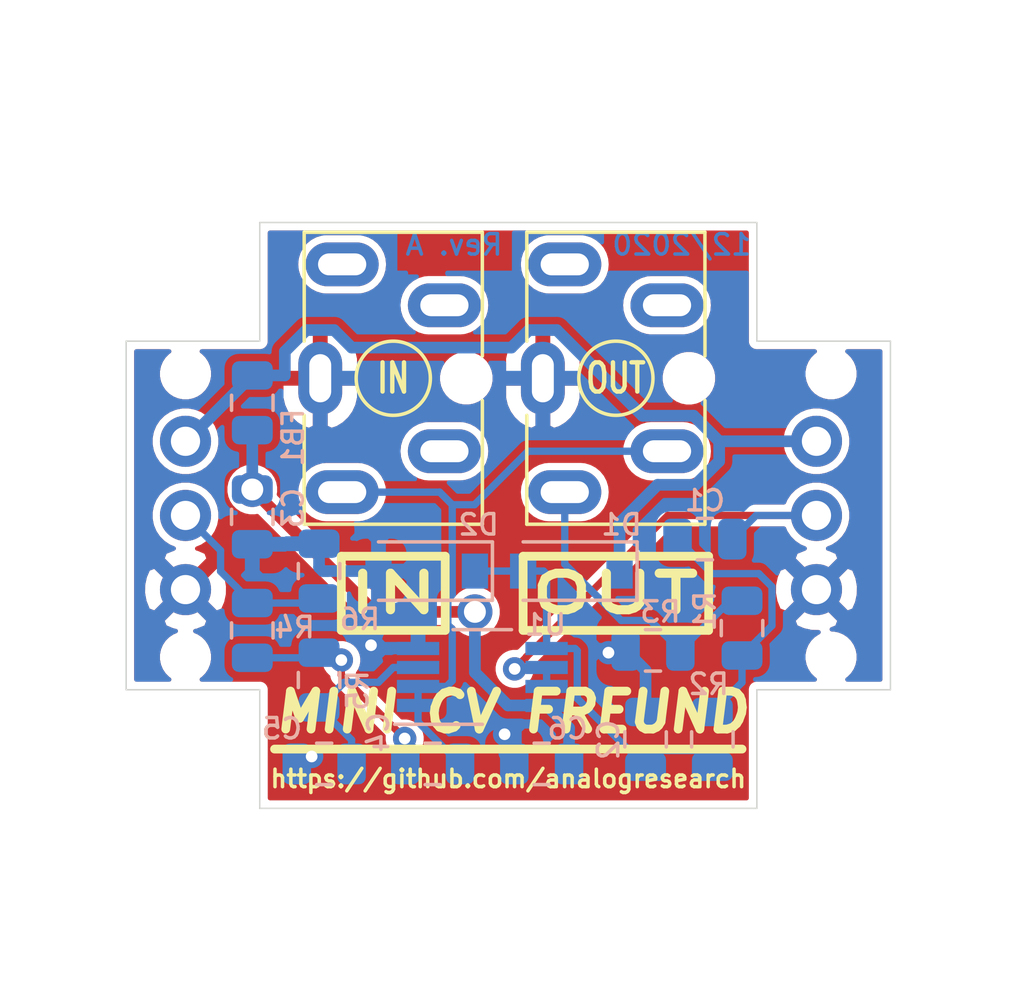
<source format=kicad_pcb>
(kicad_pcb (version 20171130) (host pcbnew "(5.1.4-0-10_14)")

  (general
    (thickness 1.6)
    (drawings 31)
    (tracks 126)
    (zones 0)
    (modules 20)
    (nets 17)
  )

  (page A4)
  (layers
    (0 F.Cu signal)
    (31 B.Cu signal)
    (32 B.Adhes user hide)
    (33 F.Adhes user hide)
    (34 B.Paste user hide)
    (35 F.Paste user hide)
    (36 B.SilkS user)
    (37 F.SilkS user)
    (38 B.Mask user)
    (39 F.Mask user)
    (40 Dwgs.User user)
    (41 Cmts.User user hide)
    (42 Eco1.User user hide)
    (43 Eco2.User user hide)
    (44 Edge.Cuts user)
    (45 Margin user hide)
    (46 B.CrtYd user)
    (47 F.CrtYd user)
    (48 B.Fab user hide)
    (49 F.Fab user)
  )

  (setup
    (last_trace_width 0.25)
    (trace_clearance 0.2)
    (zone_clearance 0.25)
    (zone_45_only no)
    (trace_min 0.2)
    (via_size 0.8)
    (via_drill 0.4)
    (via_min_size 0.4)
    (via_min_drill 0.3)
    (uvia_size 0.3)
    (uvia_drill 0.1)
    (uvias_allowed no)
    (uvia_min_size 0.2)
    (uvia_min_drill 0.1)
    (edge_width 0.05)
    (segment_width 0.2)
    (pcb_text_width 0.3)
    (pcb_text_size 1.5 1.5)
    (mod_edge_width 0.12)
    (mod_text_size 1 1)
    (mod_text_width 0.15)
    (pad_size 1.524 1.524)
    (pad_drill 0.762)
    (pad_to_mask_clearance 0.051)
    (solder_mask_min_width 0.25)
    (aux_axis_origin 0 0)
    (visible_elements FFFFFF7F)
    (pcbplotparams
      (layerselection 0x010f0_ffffffff)
      (usegerberextensions false)
      (usegerberattributes false)
      (usegerberadvancedattributes false)
      (creategerberjobfile false)
      (excludeedgelayer true)
      (linewidth 0.100000)
      (plotframeref false)
      (viasonmask false)
      (mode 1)
      (useauxorigin false)
      (hpglpennumber 1)
      (hpglpenspeed 20)
      (hpglpendiameter 15.000000)
      (psnegative false)
      (psa4output false)
      (plotreference true)
      (plotvalue true)
      (plotinvisibletext false)
      (padsonsilk false)
      (subtractmaskfromsilk false)
      (outputformat 1)
      (mirror false)
      (drillshape 0)
      (scaleselection 1)
      (outputdirectory ""))
  )

  (net 0 "")
  (net 1 "Net-(C2-Pad2)")
  (net 2 GND)
  (net 3 "Net-(C4-Pad2)")
  (net 4 VCCQ)
  (net 5 VCC)
  (net 6 "Net-(J4-Pad2)")
  (net 7 "Net-(C1-Pad2)")
  (net 8 "Net-(C1-Pad1)")
  (net 9 "Net-(C4-Pad1)")
  (net 10 "Net-(C5-Pad2)")
  (net 11 "Net-(J1-PadT)")
  (net 12 "Net-(J3-PadTN)")
  (net 13 "Net-(J1-PadRN)")
  (net 14 "Net-(J1-PadR)")
  (net 15 "Net-(J3-PadRN)")
  (net 16 "Net-(J3-PadR)")

  (net_class Default "Dies ist die voreingestellte Netzklasse."
    (clearance 0.2)
    (trace_width 0.25)
    (via_dia 0.8)
    (via_drill 0.4)
    (uvia_dia 0.3)
    (uvia_drill 0.1)
    (add_net "Net-(C1-Pad1)")
    (add_net "Net-(C1-Pad2)")
    (add_net "Net-(C2-Pad2)")
    (add_net "Net-(C4-Pad1)")
    (add_net "Net-(C4-Pad2)")
    (add_net "Net-(C5-Pad2)")
    (add_net "Net-(J1-PadR)")
    (add_net "Net-(J1-PadRN)")
    (add_net "Net-(J1-PadT)")
    (add_net "Net-(J3-PadR)")
    (add_net "Net-(J3-PadRN)")
    (add_net "Net-(J3-PadTN)")
    (add_net "Net-(J4-Pad2)")
  )

  (net_class haha ""
    (clearance 0.2)
    (trace_width 0.5)
    (via_dia 0.8)
    (via_drill 0.4)
    (uvia_dia 0.3)
    (uvia_drill 0.1)
  )

  (net_class pwr ""
    (clearance 0.2)
    (trace_width 0.4)
    (via_dia 1.2)
    (via_drill 0.75)
    (uvia_dia 0.3)
    (uvia_drill 0.1)
    (add_net GND)
    (add_net VCC)
    (add_net VCCQ)
  )

  (module stef:bitsnaps_output (layer F.Cu) (tedit 5FA825EB) (tstamp 5E55F8CA)
    (at 170.434 88.773)
    (path /5E55F450)
    (fp_text reference J2 (at -3.81 -7.62 180) (layer F.Fab)
      (effects (font (size 1 1) (thickness 0.15)))
    )
    (fp_text value "LB OUT" (at -2.032 3.175 90) (layer F.Fab)
      (effects (font (size 1 1) (thickness 0.15)))
    )
    (fp_text user GND (at -4.572 2.54) (layer F.SilkS) hide
      (effects (font (size 1 1) (thickness 0.15)))
    )
    (fp_text user SIG (at -4.572 0) (layer F.SilkS) hide
      (effects (font (size 1 1) (thickness 0.15)))
    )
    (fp_text user VCC (at -4.572 -2.54 180) (layer F.SilkS) hide
      (effects (font (size 1 1) (thickness 0.15)))
    )
    (fp_poly (pts (xy 2.54 10.16) (xy -1.27 10.16) (xy -1.27 7.62) (xy 2.54 7.62)) (layer F.Fab) (width 0.15))
    (fp_poly (pts (xy 2.54 -7.62) (xy -1.27 -7.62) (xy -1.27 -10.16) (xy 2.54 -10.16)) (layer F.Fab) (width 0.15))
    (fp_line (start 0 11) (end 0 11.43) (layer Dwgs.User) (width 0.12))
    (fp_line (start -2.5 6.6) (end -2.5 11) (layer Dwgs.User) (width 0.12))
    (fp_line (start 0 11) (end -2.5 11) (layer Dwgs.User) (width 0.12))
    (fp_line (start 0 -11) (end 0 -11.43) (layer Dwgs.User) (width 0.12))
    (fp_line (start 0 -11) (end -2.5 -11) (layer Dwgs.User) (width 0.12))
    (fp_line (start -2.5 -6.6) (end -2.5 -11) (layer Dwgs.User) (width 0.12))
    (fp_line (start -2.5 6.6) (end 2.2 6.6) (layer Dwgs.User) (width 0.12))
    (fp_line (start -2.5 -6.6) (end 2.2 -6.6) (layer Dwgs.User) (width 0.12))
    (fp_line (start 2.2 6.6) (end 2.2 -6.6) (layer Dwgs.User) (width 0.12))
    (pad "" np_thru_hole circle (at 0 4.85) (size 1.25 1.25) (drill 1.25) (layers *.Cu *.Mask))
    (pad "" np_thru_hole circle (at 0 -4.85) (size 1.25 1.25) (drill 1.25) (layers *.Cu *.Mask))
    (pad 3 thru_hole circle (at -0.5 2.54) (size 1.75 1.75) (drill 1) (layers *.Cu *.Mask)
      (net 2 GND))
    (pad 2 thru_hole circle (at -0.5 0) (size 1.75 1.75) (drill 1) (layers *.Cu *.Mask)
      (net 8 "Net-(C1-Pad1)"))
    (pad 1 thru_hole circle (at -0.5 -2.54) (size 1.75 1.75) (drill 1) (layers *.Cu *.Mask)
      (net 5 VCC))
  )

  (module stef:bitsnaps_input (layer F.Cu) (tedit 5FA825DA) (tstamp 5E55F8E1)
    (at 148.336 88.773)
    (path /5E55871C)
    (fp_text reference J4 (at 3.683 -7.62) (layer F.Fab)
      (effects (font (size 1 1) (thickness 0.15)))
    )
    (fp_text value "LB IN" (at 2.032 -3.937 270) (layer F.Fab)
      (effects (font (size 1 1) (thickness 0.15)))
    )
    (fp_text user GND (at 5.08 2.54) (layer F.SilkS) hide
      (effects (font (size 1 1) (thickness 0.15)))
    )
    (fp_text user SIG (at 5.08 0) (layer F.SilkS) hide
      (effects (font (size 1 1) (thickness 0.15)))
    )
    (fp_text user VCC (at 5.08 -2.54) (layer F.SilkS) hide
      (effects (font (size 1 1) (thickness 0.15)))
    )
    (fp_poly (pts (xy -2.54 10.16) (xy 1.27 10.16) (xy 1.27 7.62) (xy -2.54 7.62)) (layer F.Fab) (width 0.15))
    (fp_poly (pts (xy -2.54 -7.62) (xy 1.27 -7.62) (xy 1.27 -10.16) (xy -2.54 -10.16)) (layer F.Fab) (width 0.15))
    (fp_line (start 0 11) (end 0 11.43) (layer Dwgs.User) (width 0.12))
    (fp_line (start 2.5 6.6) (end 2.5 11) (layer Dwgs.User) (width 0.12))
    (fp_line (start 0 11) (end 2.5 11) (layer Dwgs.User) (width 0.12))
    (fp_line (start 0 -11) (end 0 -11.43) (layer Dwgs.User) (width 0.12))
    (fp_line (start 0 -11) (end 2.5 -11) (layer Dwgs.User) (width 0.12))
    (fp_line (start 2.5 -6.6) (end 2.5 -11) (layer Dwgs.User) (width 0.12))
    (fp_line (start 2.5 6.6) (end -2.2 6.6) (layer Dwgs.User) (width 0.12))
    (fp_line (start 2.5 -6.6) (end -2.2 -6.6) (layer Dwgs.User) (width 0.12))
    (fp_line (start -2.2 6.6) (end -2.2 -6.6) (layer Dwgs.User) (width 0.12))
    (pad "" np_thru_hole circle (at 0 4.85) (size 1.25 1.25) (drill 1.25) (layers *.Cu *.Mask))
    (pad "" np_thru_hole circle (at 0 -4.85) (size 1.25 1.25) (drill 1.25) (layers *.Cu *.Mask))
    (pad 3 thru_hole circle (at 0 2.54) (size 1.75 1.75) (drill 1) (layers *.Cu *.Mask)
      (net 2 GND))
    (pad 2 thru_hole circle (at 0 0) (size 1.75 1.75) (drill 1) (layers *.Cu *.Mask)
      (net 6 "Net-(J4-Pad2)"))
    (pad 1 thru_hole circle (at 0 -2.54) (size 1.75 1.75) (drill 1) (layers *.Cu *.Mask)
      (net 5 VCC))
  )

  (module stef:PJ-3582 (layer F.Cu) (tedit 5FA82472) (tstamp 5FA7276A)
    (at 155.448 84.074 90)
    (path /5FA77047)
    (fp_text reference J3 (at 4.064 2.032 180) (layer F.SilkS) hide
      (effects (font (size 1 1) (thickness 0.15)))
    )
    (fp_text value PJ-3582 (at 0 -4.064 90) (layer F.Fab) hide
      (effects (font (size 1 1) (thickness 0.15)))
    )
    (fp_circle (center 0 0) (end 1.27 0) (layer F.SilkS) (width 0.12))
    (fp_line (start -5 3.05) (end -0.762 3.05) (layer F.SilkS) (width 0.12))
    (fp_line (start -5 -3.05) (end -1.27 -3.05) (layer F.SilkS) (width 0.12))
    (fp_line (start -5 -3.05) (end -5 3.05) (layer F.SilkS) (width 0.12))
    (fp_line (start 5 -3.05) (end 5 3.048) (layer F.SilkS) (width 0.12))
    (fp_line (start 0.762 3.05) (end 5 3.048) (layer F.SilkS) (width 0.12))
    (fp_line (start 1.27 -3.048) (end 5 -3.05) (layer F.SilkS) (width 0.12))
    (pad "" np_thru_hole circle (at 0 2.5 180) (size 1.3 1.3) (drill 1.3) (layers *.Cu *.Mask))
    (pad TN thru_hole oval (at -2.5 1.75 270) (size 1.5 2.5) (drill oval 0.75 1.65) (layers *.Cu *.Mask)
      (net 12 "Net-(J3-PadTN)"))
    (pad RN thru_hole oval (at 2.5 1.75 270) (size 1.5 2.5) (drill oval 0.75 1.65) (layers *.Cu *.Mask)
      (net 15 "Net-(J3-PadRN)"))
    (pad R thru_hole oval (at 3.9 -1.75 270) (size 1.5 2.5) (drill oval 0.75 1.65) (layers *.Cu *.Mask)
      (net 16 "Net-(J3-PadR)"))
    (pad T thru_hole oval (at -3.9 -1.75 270) (size 1.5 2.5) (drill oval 0.75 1.65) (layers *.Cu *.Mask)
      (net 9 "Net-(C4-Pad1)"))
    (pad S thru_hole oval (at 0 -2.5 180) (size 1.5 2.5) (drill oval 0.75 1.65) (layers *.Cu *.Mask)
      (net 2 GND))
  )

  (module stef:PJ-3582 (layer F.Cu) (tedit 5FA82472) (tstamp 5FA746F1)
    (at 163.068 84.074 90)
    (path /5FA75822)
    (fp_text reference J1 (at 4.064 2.032 180) (layer F.SilkS) hide
      (effects (font (size 1 1) (thickness 0.15)))
    )
    (fp_text value PJ-3582 (at 0 -4.064 90) (layer F.Fab) hide
      (effects (font (size 1 1) (thickness 0.15)))
    )
    (fp_circle (center 0 0) (end 1.27 0) (layer F.SilkS) (width 0.12))
    (fp_line (start -5 3.05) (end -0.762 3.05) (layer F.SilkS) (width 0.12))
    (fp_line (start -5 -3.05) (end -1.27 -3.05) (layer F.SilkS) (width 0.12))
    (fp_line (start -5 -3.05) (end -5 3.05) (layer F.SilkS) (width 0.12))
    (fp_line (start 5 -3.05) (end 5 3.048) (layer F.SilkS) (width 0.12))
    (fp_line (start 0.762 3.05) (end 5 3.048) (layer F.SilkS) (width 0.12))
    (fp_line (start 1.27 -3.048) (end 5 -3.05) (layer F.SilkS) (width 0.12))
    (pad "" np_thru_hole circle (at 0 2.5 180) (size 1.3 1.3) (drill 1.3) (layers *.Cu *.Mask))
    (pad TN thru_hole oval (at -2.5 1.75 270) (size 1.5 2.5) (drill oval 0.75 1.65) (layers *.Cu *.Mask)
      (net 9 "Net-(C4-Pad1)"))
    (pad RN thru_hole oval (at 2.5 1.75 270) (size 1.5 2.5) (drill oval 0.75 1.65) (layers *.Cu *.Mask)
      (net 13 "Net-(J1-PadRN)"))
    (pad R thru_hole oval (at 3.9 -1.75 270) (size 1.5 2.5) (drill oval 0.75 1.65) (layers *.Cu *.Mask)
      (net 14 "Net-(J1-PadR)"))
    (pad T thru_hole oval (at -3.9 -1.75 270) (size 1.5 2.5) (drill oval 0.75 1.65) (layers *.Cu *.Mask)
      (net 11 "Net-(J1-PadT)"))
    (pad S thru_hole oval (at 0 -2.5 180) (size 1.5 2.5) (drill oval 0.75 1.65) (layers *.Cu *.Mask)
      (net 2 GND))
  )

  (module Diode_SMD:D_SOD-123 (layer B.Cu) (tedit 58645DC7) (tstamp 5E55F866)
    (at 161.544 90.678 180)
    (descr SOD-123)
    (tags SOD-123)
    (path /5E5A3A13)
    (attr smd)
    (fp_text reference D1 (at -1.7145 1.5875 180) (layer B.SilkS)
      (effects (font (size 0.7 0.7) (thickness 0.12)) (justify mirror))
    )
    (fp_text value D_Schottky (at 0 -2.1) (layer B.Fab)
      (effects (font (size 1 1) (thickness 0.15)) (justify mirror))
    )
    (fp_line (start -2.25 1) (end 1.65 1) (layer B.SilkS) (width 0.12))
    (fp_line (start -2.25 -1) (end 1.65 -1) (layer B.SilkS) (width 0.12))
    (fp_line (start -2.35 1.15) (end -2.35 -1.15) (layer B.CrtYd) (width 0.05))
    (fp_line (start 2.35 -1.15) (end -2.35 -1.15) (layer B.CrtYd) (width 0.05))
    (fp_line (start 2.35 1.15) (end 2.35 -1.15) (layer B.CrtYd) (width 0.05))
    (fp_line (start -2.35 1.15) (end 2.35 1.15) (layer B.CrtYd) (width 0.05))
    (fp_line (start -1.4 0.9) (end 1.4 0.9) (layer B.Fab) (width 0.1))
    (fp_line (start 1.4 0.9) (end 1.4 -0.9) (layer B.Fab) (width 0.1))
    (fp_line (start 1.4 -0.9) (end -1.4 -0.9) (layer B.Fab) (width 0.1))
    (fp_line (start -1.4 -0.9) (end -1.4 0.9) (layer B.Fab) (width 0.1))
    (fp_line (start -0.75 0) (end -0.35 0) (layer B.Fab) (width 0.1))
    (fp_line (start -0.35 0) (end -0.35 0.55) (layer B.Fab) (width 0.1))
    (fp_line (start -0.35 0) (end -0.35 -0.55) (layer B.Fab) (width 0.1))
    (fp_line (start -0.35 0) (end 0.25 0.4) (layer B.Fab) (width 0.1))
    (fp_line (start 0.25 0.4) (end 0.25 -0.4) (layer B.Fab) (width 0.1))
    (fp_line (start 0.25 -0.4) (end -0.35 0) (layer B.Fab) (width 0.1))
    (fp_line (start 0.25 0) (end 0.75 0) (layer B.Fab) (width 0.1))
    (fp_line (start -2.25 1) (end -2.25 -1) (layer B.SilkS) (width 0.12))
    (fp_text user %R (at 0 2) (layer B.Fab)
      (effects (font (size 1 1) (thickness 0.15)) (justify mirror))
    )
    (pad 2 smd rect (at 1.65 0 180) (size 0.9 1.2) (layers B.Cu B.Paste B.Mask)
      (net 1 "Net-(C2-Pad2)"))
    (pad 1 smd rect (at -1.65 0 180) (size 0.9 1.2) (layers B.Cu B.Paste B.Mask)
      (net 5 VCC))
    (model ${KISYS3DMOD}/Diode_SMD.3dshapes/D_SOD-123.wrl
      (at (xyz 0 0 0))
      (scale (xyz 1 1 1))
      (rotate (xyz 0 0 0))
    )
  )

  (module Package_SO:VSSOP-8_3.0x3.0mm_P0.65mm (layer B.Cu) (tedit 5A02F25C) (tstamp 5E5651D4)
    (at 158.496 94.305)
    (descr "VSSOP-8 3.0 x 3.0, http://www.ti.com/lit/ds/symlink/lm75b.pdf")
    (tags "VSSOP-8 3.0 x 3.0")
    (path /5E64313C)
    (attr smd)
    (fp_text reference U1 (at 2.159 -1.7855) (layer B.SilkS)
      (effects (font (size 0.7 0.7) (thickness 0.12)) (justify mirror))
    )
    (fp_text value LMV612 (at 0.02 -2.73) (layer B.Fab)
      (effects (font (size 1 1) (thickness 0.15)) (justify mirror))
    )
    (fp_text user %R (at 0 0) (layer B.Fab)
      (effects (font (size 0.5 0.5) (thickness 0.1)) (justify mirror))
    )
    (fp_line (start 1.5 1.5) (end 1.5 -1.5) (layer B.Fab) (width 0.1))
    (fp_line (start 1.5 -1.5) (end -1.5 -1.5) (layer B.Fab) (width 0.1))
    (fp_line (start -1.5 -1.5) (end -1.5 0.5) (layer B.Fab) (width 0.1))
    (fp_line (start -0.5 1.5) (end 1.5 1.5) (layer B.Fab) (width 0.1))
    (fp_line (start -0.5 1.5) (end -1.5 0.5) (layer B.Fab) (width 0.1))
    (fp_line (start 0 1.62) (end -3 1.62) (layer B.SilkS) (width 0.12))
    (fp_line (start 1 -1.62) (end -1 -1.62) (layer B.SilkS) (width 0.12))
    (fp_line (start 3.48 1.75) (end 3.48 -1.75) (layer B.CrtYd) (width 0.05))
    (fp_line (start 3.48 -1.75) (end -3.48 -1.75) (layer B.CrtYd) (width 0.05))
    (fp_line (start -3.48 -1.75) (end -3.48 1.75) (layer B.CrtYd) (width 0.05))
    (fp_line (start -3.48 1.75) (end 3.48 1.75) (layer B.CrtYd) (width 0.05))
    (pad 8 smd rect (at 2.2 0.975 90) (size 0.45 1.45) (layers B.Cu B.Paste B.Mask)
      (net 4 VCCQ))
    (pad 7 smd rect (at 2.2 0.325 90) (size 0.45 1.45) (layers B.Cu B.Paste B.Mask)
      (net 8 "Net-(C1-Pad1)"))
    (pad 6 smd rect (at 2.2 -0.325 90) (size 0.45 1.45) (layers B.Cu B.Paste B.Mask)
      (net 8 "Net-(C1-Pad1)"))
    (pad 5 smd rect (at 2.2 -0.975 90) (size 0.45 1.45) (layers B.Cu B.Paste B.Mask)
      (net 1 "Net-(C2-Pad2)"))
    (pad 4 smd rect (at -2.2 -0.975 90) (size 0.45 1.45) (layers B.Cu B.Paste B.Mask)
      (net 2 GND))
    (pad 3 smd rect (at -2.2 -0.325 90) (size 0.45 1.45) (layers B.Cu B.Paste B.Mask)
      (net 10 "Net-(C5-Pad2)"))
    (pad 2 smd rect (at -2.2 0.325 90) (size 0.45 1.45) (layers B.Cu B.Paste B.Mask)
      (net 9 "Net-(C4-Pad1)"))
    (pad 1 smd rect (at -2.2 0.975 90) (size 0.45 1.45) (layers B.Cu B.Paste B.Mask)
      (net 9 "Net-(C4-Pad1)"))
    (model ${KISYS3DMOD}/Package_SO.3dshapes/VSSOP-8_3.0x3.0mm_P0.65mm.wrl
      (at (xyz 0 0 0))
      (scale (xyz 1 1 1))
      (rotate (xyz 0 0 0))
    )
  )

  (module Diode_SMD:D_SOD-123 (layer B.Cu) (tedit 58645DC7) (tstamp 5E562525)
    (at 156.592 90.678 180)
    (descr SOD-123)
    (tags SOD-123)
    (path /5E61387D)
    (attr smd)
    (fp_text reference D2 (at -1.777 1.5875) (layer B.SilkS)
      (effects (font (size 0.7 0.7) (thickness 0.12)) (justify mirror))
    )
    (fp_text value D_Schottky (at 0 -2.1 180) (layer B.Fab)
      (effects (font (size 1 1) (thickness 0.15)) (justify mirror))
    )
    (fp_line (start -2.25 1) (end 1.65 1) (layer B.SilkS) (width 0.12))
    (fp_line (start -2.25 -1) (end 1.65 -1) (layer B.SilkS) (width 0.12))
    (fp_line (start -2.35 1.15) (end -2.35 -1.15) (layer B.CrtYd) (width 0.05))
    (fp_line (start 2.35 -1.15) (end -2.35 -1.15) (layer B.CrtYd) (width 0.05))
    (fp_line (start 2.35 1.15) (end 2.35 -1.15) (layer B.CrtYd) (width 0.05))
    (fp_line (start -2.35 1.15) (end 2.35 1.15) (layer B.CrtYd) (width 0.05))
    (fp_line (start -1.4 0.9) (end 1.4 0.9) (layer B.Fab) (width 0.1))
    (fp_line (start 1.4 0.9) (end 1.4 -0.9) (layer B.Fab) (width 0.1))
    (fp_line (start 1.4 -0.9) (end -1.4 -0.9) (layer B.Fab) (width 0.1))
    (fp_line (start -1.4 -0.9) (end -1.4 0.9) (layer B.Fab) (width 0.1))
    (fp_line (start -0.75 0) (end -0.35 0) (layer B.Fab) (width 0.1))
    (fp_line (start -0.35 0) (end -0.35 0.55) (layer B.Fab) (width 0.1))
    (fp_line (start -0.35 0) (end -0.35 -0.55) (layer B.Fab) (width 0.1))
    (fp_line (start -0.35 0) (end 0.25 0.4) (layer B.Fab) (width 0.1))
    (fp_line (start 0.25 0.4) (end 0.25 -0.4) (layer B.Fab) (width 0.1))
    (fp_line (start 0.25 -0.4) (end -0.35 0) (layer B.Fab) (width 0.1))
    (fp_line (start 0.25 0) (end 0.75 0) (layer B.Fab) (width 0.1))
    (fp_line (start -2.25 1) (end -2.25 -1) (layer B.SilkS) (width 0.12))
    (fp_text user %R (at 0 2 180) (layer B.Fab)
      (effects (font (size 1 1) (thickness 0.15)) (justify mirror))
    )
    (pad 2 smd rect (at 1.65 0 180) (size 0.9 1.2) (layers B.Cu B.Paste B.Mask)
      (net 2 GND))
    (pad 1 smd rect (at -1.65 0 180) (size 0.9 1.2) (layers B.Cu B.Paste B.Mask)
      (net 1 "Net-(C2-Pad2)"))
    (model ${KISYS3DMOD}/Diode_SMD.3dshapes/D_SOD-123.wrl
      (at (xyz 0 0 0))
      (scale (xyz 1 1 1))
      (rotate (xyz 0 0 0))
    )
  )

  (module Resistor_SMD:R_0805_2012Metric (layer B.Cu) (tedit 5B36C52B) (tstamp 5E55F98B)
    (at 152.908 90.678 90)
    (descr "Resistor SMD 0805 (2012 Metric), square (rectangular) end terminal, IPC_7351 nominal, (Body size source: https://docs.google.com/spreadsheets/d/1BsfQQcO9C6DZCsRaXUlFlo91Tg2WpOkGARC1WS5S8t0/edit?usp=sharing), generated with kicad-footprint-generator")
    (tags resistor)
    (path /5E55A75D)
    (attr smd)
    (fp_text reference R6 (at -1.651 1.397 180) (layer B.SilkS)
      (effects (font (size 0.7 0.7) (thickness 0.12)) (justify mirror))
    )
    (fp_text value 1M (at 0 -1.65 90) (layer B.Fab)
      (effects (font (size 1 1) (thickness 0.15)) (justify mirror))
    )
    (fp_text user %R (at 0 0 90) (layer B.Fab)
      (effects (font (size 0.5 0.5) (thickness 0.08)) (justify mirror))
    )
    (fp_line (start 1.68 -0.95) (end -1.68 -0.95) (layer B.CrtYd) (width 0.05))
    (fp_line (start 1.68 0.95) (end 1.68 -0.95) (layer B.CrtYd) (width 0.05))
    (fp_line (start -1.68 0.95) (end 1.68 0.95) (layer B.CrtYd) (width 0.05))
    (fp_line (start -1.68 -0.95) (end -1.68 0.95) (layer B.CrtYd) (width 0.05))
    (fp_line (start -0.258578 -0.71) (end 0.258578 -0.71) (layer B.SilkS) (width 0.12))
    (fp_line (start -0.258578 0.71) (end 0.258578 0.71) (layer B.SilkS) (width 0.12))
    (fp_line (start 1 -0.6) (end -1 -0.6) (layer B.Fab) (width 0.1))
    (fp_line (start 1 0.6) (end 1 -0.6) (layer B.Fab) (width 0.1))
    (fp_line (start -1 0.6) (end 1 0.6) (layer B.Fab) (width 0.1))
    (fp_line (start -1 -0.6) (end -1 0.6) (layer B.Fab) (width 0.1))
    (pad 2 smd roundrect (at 0.9375 0 90) (size 0.975 1.4) (layers B.Cu B.Paste B.Mask) (roundrect_rratio 0.25)
      (net 2 GND))
    (pad 1 smd roundrect (at -0.9375 0 90) (size 0.975 1.4) (layers B.Cu B.Paste B.Mask) (roundrect_rratio 0.25)
      (net 6 "Net-(J4-Pad2)"))
    (model ${KISYS3DMOD}/Resistor_SMD.3dshapes/R_0805_2012Metric.wrl
      (at (xyz 0 0 0))
      (scale (xyz 1 1 1))
      (rotate (xyz 0 0 0))
    )
  )

  (module Resistor_SMD:R_0805_2012Metric (layer B.Cu) (tedit 5B36C52B) (tstamp 5E55F97A)
    (at 152.908 94.4095 90)
    (descr "Resistor SMD 0805 (2012 Metric), square (rectangular) end terminal, IPC_7351 nominal, (Body size source: https://docs.google.com/spreadsheets/d/1BsfQQcO9C6DZCsRaXUlFlo91Tg2WpOkGARC1WS5S8t0/edit?usp=sharing), generated with kicad-footprint-generator")
    (tags resistor)
    (path /5E55B38A)
    (attr smd)
    (fp_text reference R5 (at -0.3579 1.3208 90) (layer B.SilkS)
      (effects (font (size 0.7 0.7) (thickness 0.12)) (justify mirror))
    )
    (fp_text value 100k (at 0 -1.65 90) (layer B.Fab)
      (effects (font (size 1 1) (thickness 0.15)) (justify mirror))
    )
    (fp_text user %R (at 0 0 90) (layer B.Fab)
      (effects (font (size 0.5 0.5) (thickness 0.08)) (justify mirror))
    )
    (fp_line (start 1.68 -0.95) (end -1.68 -0.95) (layer B.CrtYd) (width 0.05))
    (fp_line (start 1.68 0.95) (end 1.68 -0.95) (layer B.CrtYd) (width 0.05))
    (fp_line (start -1.68 0.95) (end 1.68 0.95) (layer B.CrtYd) (width 0.05))
    (fp_line (start -1.68 -0.95) (end -1.68 0.95) (layer B.CrtYd) (width 0.05))
    (fp_line (start -0.258578 -0.71) (end 0.258578 -0.71) (layer B.SilkS) (width 0.12))
    (fp_line (start -0.258578 0.71) (end 0.258578 0.71) (layer B.SilkS) (width 0.12))
    (fp_line (start 1 -0.6) (end -1 -0.6) (layer B.Fab) (width 0.1))
    (fp_line (start 1 0.6) (end 1 -0.6) (layer B.Fab) (width 0.1))
    (fp_line (start -1 0.6) (end 1 0.6) (layer B.Fab) (width 0.1))
    (fp_line (start -1 -0.6) (end -1 0.6) (layer B.Fab) (width 0.1))
    (pad 2 smd roundrect (at 0.9375 0 90) (size 0.975 1.4) (layers B.Cu B.Paste B.Mask) (roundrect_rratio 0.25)
      (net 3 "Net-(C4-Pad2)"))
    (pad 1 smd roundrect (at -0.9375 0 90) (size 0.975 1.4) (layers B.Cu B.Paste B.Mask) (roundrect_rratio 0.25)
      (net 10 "Net-(C5-Pad2)"))
    (model ${KISYS3DMOD}/Resistor_SMD.3dshapes/R_0805_2012Metric.wrl
      (at (xyz 0 0 0))
      (scale (xyz 1 1 1))
      (rotate (xyz 0 0 0))
    )
  )

  (module Resistor_SMD:R_0805_2012Metric (layer B.Cu) (tedit 5B36C52B) (tstamp 5E55F969)
    (at 150.622 92.71 90)
    (descr "Resistor SMD 0805 (2012 Metric), square (rectangular) end terminal, IPC_7351 nominal, (Body size source: https://docs.google.com/spreadsheets/d/1BsfQQcO9C6DZCsRaXUlFlo91Tg2WpOkGARC1WS5S8t0/edit?usp=sharing), generated with kicad-footprint-generator")
    (tags resistor)
    (path /5E55AB8B)
    (attr smd)
    (fp_text reference R4 (at 0.1016 1.4478 180) (layer B.SilkS)
      (effects (font (size 0.7 0.7) (thickness 0.12)) (justify mirror))
    )
    (fp_text value 100k (at 0 -1.65 90) (layer B.Fab)
      (effects (font (size 1 1) (thickness 0.15)) (justify mirror))
    )
    (fp_text user %R (at 0 0 90) (layer B.Fab)
      (effects (font (size 0.5 0.5) (thickness 0.08)) (justify mirror))
    )
    (fp_line (start 1.68 -0.95) (end -1.68 -0.95) (layer B.CrtYd) (width 0.05))
    (fp_line (start 1.68 0.95) (end 1.68 -0.95) (layer B.CrtYd) (width 0.05))
    (fp_line (start -1.68 0.95) (end 1.68 0.95) (layer B.CrtYd) (width 0.05))
    (fp_line (start -1.68 -0.95) (end -1.68 0.95) (layer B.CrtYd) (width 0.05))
    (fp_line (start -0.258578 -0.71) (end 0.258578 -0.71) (layer B.SilkS) (width 0.12))
    (fp_line (start -0.258578 0.71) (end 0.258578 0.71) (layer B.SilkS) (width 0.12))
    (fp_line (start 1 -0.6) (end -1 -0.6) (layer B.Fab) (width 0.1))
    (fp_line (start 1 0.6) (end 1 -0.6) (layer B.Fab) (width 0.1))
    (fp_line (start -1 0.6) (end 1 0.6) (layer B.Fab) (width 0.1))
    (fp_line (start -1 -0.6) (end -1 0.6) (layer B.Fab) (width 0.1))
    (pad 2 smd roundrect (at 0.9375 0 90) (size 0.975 1.4) (layers B.Cu B.Paste B.Mask) (roundrect_rratio 0.25)
      (net 6 "Net-(J4-Pad2)"))
    (pad 1 smd roundrect (at -0.9375 0 90) (size 0.975 1.4) (layers B.Cu B.Paste B.Mask) (roundrect_rratio 0.25)
      (net 3 "Net-(C4-Pad2)"))
    (model ${KISYS3DMOD}/Resistor_SMD.3dshapes/R_0805_2012Metric.wrl
      (at (xyz 0 0 0))
      (scale (xyz 1 1 1))
      (rotate (xyz 0 0 0))
    )
  )

  (module Resistor_SMD:R_0805_2012Metric (layer B.Cu) (tedit 5B36C52B) (tstamp 5E55F936)
    (at 164.338 93.3935 180)
    (descr "Resistor SMD 0805 (2012 Metric), square (rectangular) end terminal, IPC_7351 nominal, (Body size source: https://docs.google.com/spreadsheets/d/1BsfQQcO9C6DZCsRaXUlFlo91Tg2WpOkGARC1WS5S8t0/edit?usp=sharing), generated with kicad-footprint-generator")
    (tags resistor)
    (path /5E5A295D)
    (attr smd)
    (fp_text reference R3 (at -0.254 1.3185) (layer B.SilkS)
      (effects (font (size 0.7 0.7) (thickness 0.12)) (justify mirror))
    )
    (fp_text value 1M (at 0 -1.65) (layer B.Fab)
      (effects (font (size 1 1) (thickness 0.15)) (justify mirror))
    )
    (fp_text user %R (at 0 0) (layer B.Fab)
      (effects (font (size 0.5 0.5) (thickness 0.08)) (justify mirror))
    )
    (fp_line (start 1.68 -0.95) (end -1.68 -0.95) (layer B.CrtYd) (width 0.05))
    (fp_line (start 1.68 0.95) (end 1.68 -0.95) (layer B.CrtYd) (width 0.05))
    (fp_line (start -1.68 0.95) (end 1.68 0.95) (layer B.CrtYd) (width 0.05))
    (fp_line (start -1.68 -0.95) (end -1.68 0.95) (layer B.CrtYd) (width 0.05))
    (fp_line (start -0.258578 -0.71) (end 0.258578 -0.71) (layer B.SilkS) (width 0.12))
    (fp_line (start -0.258578 0.71) (end 0.258578 0.71) (layer B.SilkS) (width 0.12))
    (fp_line (start 1 -0.6) (end -1 -0.6) (layer B.Fab) (width 0.1))
    (fp_line (start 1 0.6) (end 1 -0.6) (layer B.Fab) (width 0.1))
    (fp_line (start -1 0.6) (end 1 0.6) (layer B.Fab) (width 0.1))
    (fp_line (start -1 -0.6) (end -1 0.6) (layer B.Fab) (width 0.1))
    (pad 2 smd roundrect (at 0.9375 0 180) (size 0.975 1.4) (layers B.Cu B.Paste B.Mask) (roundrect_rratio 0.25)
      (net 2 GND))
    (pad 1 smd roundrect (at -0.9375 0 180) (size 0.975 1.4) (layers B.Cu B.Paste B.Mask) (roundrect_rratio 0.25)
      (net 11 "Net-(J1-PadT)"))
    (model ${KISYS3DMOD}/Resistor_SMD.3dshapes/R_0805_2012Metric.wrl
      (at (xyz 0 0 0))
      (scale (xyz 1 1 1))
      (rotate (xyz 0 0 0))
    )
  )

  (module Resistor_SMD:R_0805_2012Metric (layer B.Cu) (tedit 5B36C52B) (tstamp 5E55F925)
    (at 166.37 96.4415 90)
    (descr "Resistor SMD 0805 (2012 Metric), square (rectangular) end terminal, IPC_7351 nominal, (Body size source: https://docs.google.com/spreadsheets/d/1BsfQQcO9C6DZCsRaXUlFlo91Tg2WpOkGARC1WS5S8t0/edit?usp=sharing), generated with kicad-footprint-generator")
    (tags resistor)
    (path /5E5A2969)
    (attr smd)
    (fp_text reference R2 (at 1.89 -0.127 180) (layer B.SilkS)
      (effects (font (size 0.7 0.7) (thickness 0.12)) (justify mirror))
    )
    (fp_text value 100k (at 0 -1.65 90) (layer B.Fab)
      (effects (font (size 1 1) (thickness 0.15)) (justify mirror))
    )
    (fp_text user %R (at 0 0 90) (layer B.Fab)
      (effects (font (size 0.5 0.5) (thickness 0.08)) (justify mirror))
    )
    (fp_line (start 1.68 -0.95) (end -1.68 -0.95) (layer B.CrtYd) (width 0.05))
    (fp_line (start 1.68 0.95) (end 1.68 -0.95) (layer B.CrtYd) (width 0.05))
    (fp_line (start -1.68 0.95) (end 1.68 0.95) (layer B.CrtYd) (width 0.05))
    (fp_line (start -1.68 -0.95) (end -1.68 0.95) (layer B.CrtYd) (width 0.05))
    (fp_line (start -0.258578 -0.71) (end 0.258578 -0.71) (layer B.SilkS) (width 0.12))
    (fp_line (start -0.258578 0.71) (end 0.258578 0.71) (layer B.SilkS) (width 0.12))
    (fp_line (start 1 -0.6) (end -1 -0.6) (layer B.Fab) (width 0.1))
    (fp_line (start 1 0.6) (end 1 -0.6) (layer B.Fab) (width 0.1))
    (fp_line (start -1 0.6) (end 1 0.6) (layer B.Fab) (width 0.1))
    (fp_line (start -1 -0.6) (end -1 0.6) (layer B.Fab) (width 0.1))
    (pad 2 smd roundrect (at 0.9375 0 90) (size 0.975 1.4) (layers B.Cu B.Paste B.Mask) (roundrect_rratio 0.25)
      (net 7 "Net-(C1-Pad2)"))
    (pad 1 smd roundrect (at -0.9375 0 90) (size 0.975 1.4) (layers B.Cu B.Paste B.Mask) (roundrect_rratio 0.25)
      (net 1 "Net-(C2-Pad2)"))
    (model ${KISYS3DMOD}/Resistor_SMD.3dshapes/R_0805_2012Metric.wrl
      (at (xyz 0 0 0))
      (scale (xyz 1 1 1))
      (rotate (xyz 0 0 0))
    )
  )

  (module Resistor_SMD:R_0805_2012Metric (layer B.Cu) (tedit 5B36C52B) (tstamp 5E55F914)
    (at 167.386 92.6315 90)
    (descr "Resistor SMD 0805 (2012 Metric), square (rectangular) end terminal, IPC_7351 nominal, (Body size source: https://docs.google.com/spreadsheets/d/1BsfQQcO9C6DZCsRaXUlFlo91Tg2WpOkGARC1WS5S8t0/edit?usp=sharing), generated with kicad-footprint-generator")
    (tags resistor)
    (path /5E5A2963)
    (attr smd)
    (fp_text reference R1 (at 0.5819 -1.27 270) (layer B.SilkS)
      (effects (font (size 0.7 0.7) (thickness 0.12)) (justify mirror))
    )
    (fp_text value 100k (at 0 -1.65 90) (layer B.Fab)
      (effects (font (size 1 1) (thickness 0.15)) (justify mirror))
    )
    (fp_text user %R (at 0 0 90) (layer B.Fab)
      (effects (font (size 0.5 0.5) (thickness 0.08)) (justify mirror))
    )
    (fp_line (start 1.68 -0.95) (end -1.68 -0.95) (layer B.CrtYd) (width 0.05))
    (fp_line (start 1.68 0.95) (end 1.68 -0.95) (layer B.CrtYd) (width 0.05))
    (fp_line (start -1.68 0.95) (end 1.68 0.95) (layer B.CrtYd) (width 0.05))
    (fp_line (start -1.68 -0.95) (end -1.68 0.95) (layer B.CrtYd) (width 0.05))
    (fp_line (start -0.258578 -0.71) (end 0.258578 -0.71) (layer B.SilkS) (width 0.12))
    (fp_line (start -0.258578 0.71) (end 0.258578 0.71) (layer B.SilkS) (width 0.12))
    (fp_line (start 1 -0.6) (end -1 -0.6) (layer B.Fab) (width 0.1))
    (fp_line (start 1 0.6) (end 1 -0.6) (layer B.Fab) (width 0.1))
    (fp_line (start -1 0.6) (end 1 0.6) (layer B.Fab) (width 0.1))
    (fp_line (start -1 -0.6) (end -1 0.6) (layer B.Fab) (width 0.1))
    (pad 2 smd roundrect (at 0.9375 0 90) (size 0.975 1.4) (layers B.Cu B.Paste B.Mask) (roundrect_rratio 0.25)
      (net 11 "Net-(J1-PadT)"))
    (pad 1 smd roundrect (at -0.9375 0 90) (size 0.975 1.4) (layers B.Cu B.Paste B.Mask) (roundrect_rratio 0.25)
      (net 7 "Net-(C1-Pad2)"))
    (model ${KISYS3DMOD}/Resistor_SMD.3dshapes/R_0805_2012Metric.wrl
      (at (xyz 0 0 0))
      (scale (xyz 1 1 1))
      (rotate (xyz 0 0 0))
    )
  )

  (module Inductor_SMD:L_0805_2012Metric (layer B.Cu) (tedit 5B36C52B) (tstamp 5FA894FA)
    (at 150.622 84.9145 270)
    (descr "Inductor SMD 0805 (2012 Metric), square (rectangular) end terminal, IPC_7351 nominal, (Body size source: https://docs.google.com/spreadsheets/d/1BsfQQcO9C6DZCsRaXUlFlo91Tg2WpOkGARC1WS5S8t0/edit?usp=sharing), generated with kicad-footprint-generator")
    (tags inductor)
    (path /5E559825)
    (attr smd)
    (fp_text reference FB1 (at 1.1915 -1.397 270) (layer B.SilkS)
      (effects (font (size 0.7 0.7) (thickness 0.12)) (justify mirror))
    )
    (fp_text value bead (at 0 -1.65 90) (layer B.Fab)
      (effects (font (size 1 1) (thickness 0.15)) (justify mirror))
    )
    (fp_text user %R (at 0 0 90) (layer B.Fab)
      (effects (font (size 0.5 0.5) (thickness 0.08)) (justify mirror))
    )
    (fp_line (start 1.68 -0.95) (end -1.68 -0.95) (layer B.CrtYd) (width 0.05))
    (fp_line (start 1.68 0.95) (end 1.68 -0.95) (layer B.CrtYd) (width 0.05))
    (fp_line (start -1.68 0.95) (end 1.68 0.95) (layer B.CrtYd) (width 0.05))
    (fp_line (start -1.68 -0.95) (end -1.68 0.95) (layer B.CrtYd) (width 0.05))
    (fp_line (start -0.258578 -0.71) (end 0.258578 -0.71) (layer B.SilkS) (width 0.12))
    (fp_line (start -0.258578 0.71) (end 0.258578 0.71) (layer B.SilkS) (width 0.12))
    (fp_line (start 1 -0.6) (end -1 -0.6) (layer B.Fab) (width 0.1))
    (fp_line (start 1 0.6) (end 1 -0.6) (layer B.Fab) (width 0.1))
    (fp_line (start -1 0.6) (end 1 0.6) (layer B.Fab) (width 0.1))
    (fp_line (start -1 -0.6) (end -1 0.6) (layer B.Fab) (width 0.1))
    (pad 2 smd roundrect (at 0.9375 0 270) (size 0.975 1.4) (layers B.Cu B.Paste B.Mask) (roundrect_rratio 0.25)
      (net 4 VCCQ))
    (pad 1 smd roundrect (at -0.9375 0 270) (size 0.975 1.4) (layers B.Cu B.Paste B.Mask) (roundrect_rratio 0.25)
      (net 5 VCC))
    (model ${KISYS3DMOD}/Inductor_SMD.3dshapes/L_0805_2012Metric.wrl
      (at (xyz 0 0 0))
      (scale (xyz 1 1 1))
      (rotate (xyz 0 0 0))
    )
  )

  (module Capacitor_SMD:C_0805_2012Metric (layer B.Cu) (tedit 5B36C52B) (tstamp 5E56291C)
    (at 160.528 97.282 180)
    (descr "Capacitor SMD 0805 (2012 Metric), square (rectangular) end terminal, IPC_7351 nominal, (Body size source: https://docs.google.com/spreadsheets/d/1BsfQQcO9C6DZCsRaXUlFlo91Tg2WpOkGARC1WS5S8t0/edit?usp=sharing), generated with kicad-footprint-generator")
    (tags capacitor)
    (path /5E560AA2)
    (attr smd)
    (fp_text reference C6 (at -0.889 1.2065 180) (layer B.SilkS)
      (effects (font (size 0.7 0.7) (thickness 0.12)) (justify mirror))
    )
    (fp_text value 100n (at 0 -1.65) (layer B.Fab)
      (effects (font (size 1 1) (thickness 0.15)) (justify mirror))
    )
    (fp_text user %R (at 0 0) (layer B.Fab)
      (effects (font (size 0.5 0.5) (thickness 0.08)) (justify mirror))
    )
    (fp_line (start 1.68 -0.95) (end -1.68 -0.95) (layer B.CrtYd) (width 0.05))
    (fp_line (start 1.68 0.95) (end 1.68 -0.95) (layer B.CrtYd) (width 0.05))
    (fp_line (start -1.68 0.95) (end 1.68 0.95) (layer B.CrtYd) (width 0.05))
    (fp_line (start -1.68 -0.95) (end -1.68 0.95) (layer B.CrtYd) (width 0.05))
    (fp_line (start -0.258578 -0.71) (end 0.258578 -0.71) (layer B.SilkS) (width 0.12))
    (fp_line (start -0.258578 0.71) (end 0.258578 0.71) (layer B.SilkS) (width 0.12))
    (fp_line (start 1 -0.6) (end -1 -0.6) (layer B.Fab) (width 0.1))
    (fp_line (start 1 0.6) (end 1 -0.6) (layer B.Fab) (width 0.1))
    (fp_line (start -1 0.6) (end 1 0.6) (layer B.Fab) (width 0.1))
    (fp_line (start -1 -0.6) (end -1 0.6) (layer B.Fab) (width 0.1))
    (pad 2 smd roundrect (at 0.9375 0 180) (size 0.975 1.4) (layers B.Cu B.Paste B.Mask) (roundrect_rratio 0.25)
      (net 2 GND))
    (pad 1 smd roundrect (at -0.9375 0 180) (size 0.975 1.4) (layers B.Cu B.Paste B.Mask) (roundrect_rratio 0.25)
      (net 4 VCCQ))
    (model ${KISYS3DMOD}/Capacitor_SMD.3dshapes/C_0805_2012Metric.wrl
      (at (xyz 0 0 0))
      (scale (xyz 1 1 1))
      (rotate (xyz 0 0 0))
    )
  )

  (module Capacitor_SMD:C_0805_2012Metric (layer B.Cu) (tedit 5B36C52B) (tstamp 5E55F83D)
    (at 153.0835 97.282)
    (descr "Capacitor SMD 0805 (2012 Metric), square (rectangular) end terminal, IPC_7351 nominal, (Body size source: https://docs.google.com/spreadsheets/d/1BsfQQcO9C6DZCsRaXUlFlo91Tg2WpOkGARC1WS5S8t0/edit?usp=sharing), generated with kicad-footprint-generator")
    (tags capacitor)
    (path /5E55D896)
    (attr smd)
    (fp_text reference C5 (at -1.4455 -1.2065) (layer B.SilkS)
      (effects (font (size 0.7 0.7) (thickness 0.12)) (justify mirror))
    )
    (fp_text value 100p (at 0 -1.65) (layer B.Fab)
      (effects (font (size 1 1) (thickness 0.15)) (justify mirror))
    )
    (fp_text user %R (at 0 0) (layer B.Fab)
      (effects (font (size 0.5 0.5) (thickness 0.08)) (justify mirror))
    )
    (fp_line (start 1.68 -0.95) (end -1.68 -0.95) (layer B.CrtYd) (width 0.05))
    (fp_line (start 1.68 0.95) (end 1.68 -0.95) (layer B.CrtYd) (width 0.05))
    (fp_line (start -1.68 0.95) (end 1.68 0.95) (layer B.CrtYd) (width 0.05))
    (fp_line (start -1.68 -0.95) (end -1.68 0.95) (layer B.CrtYd) (width 0.05))
    (fp_line (start -0.258578 -0.71) (end 0.258578 -0.71) (layer B.SilkS) (width 0.12))
    (fp_line (start -0.258578 0.71) (end 0.258578 0.71) (layer B.SilkS) (width 0.12))
    (fp_line (start 1 -0.6) (end -1 -0.6) (layer B.Fab) (width 0.1))
    (fp_line (start 1 0.6) (end 1 -0.6) (layer B.Fab) (width 0.1))
    (fp_line (start -1 0.6) (end 1 0.6) (layer B.Fab) (width 0.1))
    (fp_line (start -1 -0.6) (end -1 0.6) (layer B.Fab) (width 0.1))
    (pad 2 smd roundrect (at 0.9375 0) (size 0.975 1.4) (layers B.Cu B.Paste B.Mask) (roundrect_rratio 0.25)
      (net 10 "Net-(C5-Pad2)"))
    (pad 1 smd roundrect (at -0.9375 0) (size 0.975 1.4) (layers B.Cu B.Paste B.Mask) (roundrect_rratio 0.25)
      (net 2 GND))
    (model ${KISYS3DMOD}/Capacitor_SMD.3dshapes/C_0805_2012Metric.wrl
      (at (xyz 0 0 0))
      (scale (xyz 1 1 1))
      (rotate (xyz 0 0 0))
    )
  )

  (module Capacitor_SMD:C_0805_2012Metric (layer B.Cu) (tedit 5B36C52B) (tstamp 5E55F81B)
    (at 156.7965 97.282 180)
    (descr "Capacitor SMD 0805 (2012 Metric), square (rectangular) end terminal, IPC_7351 nominal, (Body size source: https://docs.google.com/spreadsheets/d/1BsfQQcO9C6DZCsRaXUlFlo91Tg2WpOkGARC1WS5S8t0/edit?usp=sharing), generated with kicad-footprint-generator")
    (tags capacitor)
    (path /5E55B717)
    (attr smd)
    (fp_text reference C4 (at 1.8565 1.0795 90) (layer B.SilkS)
      (effects (font (size 0.7 0.7) (thickness 0.12)) (justify mirror))
    )
    (fp_text value 220p (at 0 -1.65) (layer B.Fab)
      (effects (font (size 1 1) (thickness 0.15)) (justify mirror))
    )
    (fp_text user %R (at 0 0) (layer B.Fab)
      (effects (font (size 0.5 0.5) (thickness 0.08)) (justify mirror))
    )
    (fp_line (start 1.68 -0.95) (end -1.68 -0.95) (layer B.CrtYd) (width 0.05))
    (fp_line (start 1.68 0.95) (end 1.68 -0.95) (layer B.CrtYd) (width 0.05))
    (fp_line (start -1.68 0.95) (end 1.68 0.95) (layer B.CrtYd) (width 0.05))
    (fp_line (start -1.68 -0.95) (end -1.68 0.95) (layer B.CrtYd) (width 0.05))
    (fp_line (start -0.258578 -0.71) (end 0.258578 -0.71) (layer B.SilkS) (width 0.12))
    (fp_line (start -0.258578 0.71) (end 0.258578 0.71) (layer B.SilkS) (width 0.12))
    (fp_line (start 1 -0.6) (end -1 -0.6) (layer B.Fab) (width 0.1))
    (fp_line (start 1 0.6) (end 1 -0.6) (layer B.Fab) (width 0.1))
    (fp_line (start -1 0.6) (end 1 0.6) (layer B.Fab) (width 0.1))
    (fp_line (start -1 -0.6) (end -1 0.6) (layer B.Fab) (width 0.1))
    (pad 2 smd roundrect (at 0.9375 0 180) (size 0.975 1.4) (layers B.Cu B.Paste B.Mask) (roundrect_rratio 0.25)
      (net 3 "Net-(C4-Pad2)"))
    (pad 1 smd roundrect (at -0.9375 0 180) (size 0.975 1.4) (layers B.Cu B.Paste B.Mask) (roundrect_rratio 0.25)
      (net 9 "Net-(C4-Pad1)"))
    (model ${KISYS3DMOD}/Capacitor_SMD.3dshapes/C_0805_2012Metric.wrl
      (at (xyz 0 0 0))
      (scale (xyz 1 1 1))
      (rotate (xyz 0 0 0))
    )
  )

  (module Capacitor_SMD:C_0805_2012Metric (layer B.Cu) (tedit 5B36C52B) (tstamp 5E55F7F9)
    (at 150.622 88.8215 270)
    (descr "Capacitor SMD 0805 (2012 Metric), square (rectangular) end terminal, IPC_7351 nominal, (Body size source: https://docs.google.com/spreadsheets/d/1BsfQQcO9C6DZCsRaXUlFlo91Tg2WpOkGARC1WS5S8t0/edit?usp=sharing), generated with kicad-footprint-generator")
    (tags capacitor)
    (path /5E55A06D)
    (attr smd)
    (fp_text reference C3 (at -0.3025 -1.397 270) (layer B.SilkS)
      (effects (font (size 0.7 0.7) (thickness 0.12)) (justify mirror))
    )
    (fp_text value 1uF (at 0 -1.65 90) (layer B.Fab)
      (effects (font (size 1 1) (thickness 0.15)) (justify mirror))
    )
    (fp_text user %R (at 0 0 90) (layer B.Fab)
      (effects (font (size 0.5 0.5) (thickness 0.08)) (justify mirror))
    )
    (fp_line (start 1.68 -0.95) (end -1.68 -0.95) (layer B.CrtYd) (width 0.05))
    (fp_line (start 1.68 0.95) (end 1.68 -0.95) (layer B.CrtYd) (width 0.05))
    (fp_line (start -1.68 0.95) (end 1.68 0.95) (layer B.CrtYd) (width 0.05))
    (fp_line (start -1.68 -0.95) (end -1.68 0.95) (layer B.CrtYd) (width 0.05))
    (fp_line (start -0.258578 -0.71) (end 0.258578 -0.71) (layer B.SilkS) (width 0.12))
    (fp_line (start -0.258578 0.71) (end 0.258578 0.71) (layer B.SilkS) (width 0.12))
    (fp_line (start 1 -0.6) (end -1 -0.6) (layer B.Fab) (width 0.1))
    (fp_line (start 1 0.6) (end 1 -0.6) (layer B.Fab) (width 0.1))
    (fp_line (start -1 0.6) (end 1 0.6) (layer B.Fab) (width 0.1))
    (fp_line (start -1 -0.6) (end -1 0.6) (layer B.Fab) (width 0.1))
    (pad 2 smd roundrect (at 0.9375 0 270) (size 0.975 1.4) (layers B.Cu B.Paste B.Mask) (roundrect_rratio 0.25)
      (net 2 GND))
    (pad 1 smd roundrect (at -0.9375 0 270) (size 0.975 1.4) (layers B.Cu B.Paste B.Mask) (roundrect_rratio 0.25)
      (net 4 VCCQ))
    (model ${KISYS3DMOD}/Capacitor_SMD.3dshapes/C_0805_2012Metric.wrl
      (at (xyz 0 0 0))
      (scale (xyz 1 1 1))
      (rotate (xyz 0 0 0))
    )
  )

  (module Capacitor_SMD:C_0805_2012Metric (layer B.Cu) (tedit 5B36C52B) (tstamp 5E55F7E8)
    (at 164.084 96.4415 270)
    (descr "Capacitor SMD 0805 (2012 Metric), square (rectangular) end terminal, IPC_7351 nominal, (Body size source: https://docs.google.com/spreadsheets/d/1BsfQQcO9C6DZCsRaXUlFlo91Tg2WpOkGARC1WS5S8t0/edit?usp=sharing), generated with kicad-footprint-generator")
    (tags capacitor)
    (path /5E5A2975)
    (attr smd)
    (fp_text reference C2 (at 0.015 1.27 90) (layer B.SilkS)
      (effects (font (size 0.7 0.7) (thickness 0.12)) (justify mirror))
    )
    (fp_text value 100p (at 0 -1.65 90) (layer B.Fab)
      (effects (font (size 1 1) (thickness 0.15)) (justify mirror))
    )
    (fp_text user %R (at 0 0 90) (layer B.Fab)
      (effects (font (size 0.5 0.5) (thickness 0.08)) (justify mirror))
    )
    (fp_line (start 1.68 -0.95) (end -1.68 -0.95) (layer B.CrtYd) (width 0.05))
    (fp_line (start 1.68 0.95) (end 1.68 -0.95) (layer B.CrtYd) (width 0.05))
    (fp_line (start -1.68 0.95) (end 1.68 0.95) (layer B.CrtYd) (width 0.05))
    (fp_line (start -1.68 -0.95) (end -1.68 0.95) (layer B.CrtYd) (width 0.05))
    (fp_line (start -0.258578 -0.71) (end 0.258578 -0.71) (layer B.SilkS) (width 0.12))
    (fp_line (start -0.258578 0.71) (end 0.258578 0.71) (layer B.SilkS) (width 0.12))
    (fp_line (start 1 -0.6) (end -1 -0.6) (layer B.Fab) (width 0.1))
    (fp_line (start 1 0.6) (end 1 -0.6) (layer B.Fab) (width 0.1))
    (fp_line (start -1 0.6) (end 1 0.6) (layer B.Fab) (width 0.1))
    (fp_line (start -1 -0.6) (end -1 0.6) (layer B.Fab) (width 0.1))
    (pad 2 smd roundrect (at 0.9375 0 270) (size 0.975 1.4) (layers B.Cu B.Paste B.Mask) (roundrect_rratio 0.25)
      (net 1 "Net-(C2-Pad2)"))
    (pad 1 smd roundrect (at -0.9375 0 270) (size 0.975 1.4) (layers B.Cu B.Paste B.Mask) (roundrect_rratio 0.25)
      (net 2 GND))
    (model ${KISYS3DMOD}/Capacitor_SMD.3dshapes/C_0805_2012Metric.wrl
      (at (xyz 0 0 0))
      (scale (xyz 1 1 1))
      (rotate (xyz 0 0 0))
    )
  )

  (module Capacitor_SMD:C_0805_2012Metric (layer B.Cu) (tedit 5B36C52B) (tstamp 5E55F7C6)
    (at 166.116 89.5835 180)
    (descr "Capacitor SMD 0805 (2012 Metric), square (rectangular) end terminal, IPC_7351 nominal, (Body size source: https://docs.google.com/spreadsheets/d/1BsfQQcO9C6DZCsRaXUlFlo91Tg2WpOkGARC1WS5S8t0/edit?usp=sharing), generated with kicad-footprint-generator")
    (tags capacitor)
    (path /5E5A296F)
    (attr smd)
    (fp_text reference C1 (at 0 1.3185) (layer B.SilkS)
      (effects (font (size 0.7 0.7) (thickness 0.12)) (justify mirror))
    )
    (fp_text value 220p (at 0 -1.65) (layer B.Fab)
      (effects (font (size 1 1) (thickness 0.15)) (justify mirror))
    )
    (fp_text user %R (at 0 0) (layer B.Fab)
      (effects (font (size 0.5 0.5) (thickness 0.08)) (justify mirror))
    )
    (fp_line (start 1.68 -0.95) (end -1.68 -0.95) (layer B.CrtYd) (width 0.05))
    (fp_line (start 1.68 0.95) (end 1.68 -0.95) (layer B.CrtYd) (width 0.05))
    (fp_line (start -1.68 0.95) (end 1.68 0.95) (layer B.CrtYd) (width 0.05))
    (fp_line (start -1.68 -0.95) (end -1.68 0.95) (layer B.CrtYd) (width 0.05))
    (fp_line (start -0.258578 -0.71) (end 0.258578 -0.71) (layer B.SilkS) (width 0.12))
    (fp_line (start -0.258578 0.71) (end 0.258578 0.71) (layer B.SilkS) (width 0.12))
    (fp_line (start 1 -0.6) (end -1 -0.6) (layer B.Fab) (width 0.1))
    (fp_line (start 1 0.6) (end 1 -0.6) (layer B.Fab) (width 0.1))
    (fp_line (start -1 0.6) (end 1 0.6) (layer B.Fab) (width 0.1))
    (fp_line (start -1 -0.6) (end -1 0.6) (layer B.Fab) (width 0.1))
    (pad 2 smd roundrect (at 0.9375 0 180) (size 0.975 1.4) (layers B.Cu B.Paste B.Mask) (roundrect_rratio 0.25)
      (net 7 "Net-(C1-Pad2)"))
    (pad 1 smd roundrect (at -0.9375 0 180) (size 0.975 1.4) (layers B.Cu B.Paste B.Mask) (roundrect_rratio 0.25)
      (net 8 "Net-(C1-Pad1)"))
    (model ${KISYS3DMOD}/Capacitor_SMD.3dshapes/C_0805_2012Metric.wrl
      (at (xyz 0 0 0))
      (scale (xyz 1 1 1))
      (rotate (xyz 0 0 0))
    )
  )

  (gr_poly (pts (xy 159.131 80.01) (xy 159.131 78.613) (xy 155.829 78.613) (xy 155.829 80.01)) (layer B.Mask) (width 0.5) (tstamp 5FC7765F))
  (gr_text IN (at 155.448 84.074) (layer F.SilkS) (tstamp 5FA893DA)
    (effects (font (size 1 0.7) (thickness 0.15)))
  )
  (gr_text OUT (at 163.068 84.074) (layer F.SilkS) (tstamp 5FA893D1)
    (effects (font (size 1 0.7) (thickness 0.15)))
  )
  (gr_line (start 159.893 90.17) (end 166.243 90.17) (layer F.SilkS) (width 0.3) (tstamp 5FA78A85))
  (gr_line (start 166.243 90.17) (end 166.243 92.71) (layer F.SilkS) (width 0.3) (tstamp 5FA78A84))
  (gr_line (start 159.893 90.17) (end 159.893 92.71) (layer F.SilkS) (width 0.3) (tstamp 5FA78A83))
  (gr_line (start 159.893 92.71) (end 166.243 92.71) (layer F.SilkS) (width 0.3) (tstamp 5FA78A82))
  (gr_line (start 153.67 90.17) (end 153.67 92.71) (layer F.SilkS) (width 0.3) (tstamp 5FA78897))
  (gr_line (start 153.67 92.71) (end 157.226 92.71) (layer F.SilkS) (width 0.3) (tstamp 5FA7887C))
  (gr_line (start 157.226 90.17) (end 157.226 92.71) (layer F.SilkS) (width 0.3) (tstamp 5FA7885E))
  (gr_line (start 153.67 90.17) (end 157.226 90.17) (layer F.SilkS) (width 0.3) (tstamp 5FA7880C))
  (gr_text 12/2020 (at 167.767 79.502) (layer B.Cu) (tstamp 5FC777C3)
    (effects (font (size 0.7 0.7) (thickness 0.12)) (justify left mirror))
  )
  (gr_line (start 167.894 78.74) (end 167.894 82.804) (layer Edge.Cuts) (width 0.05) (tstamp 5F9871E0))
  (gr_line (start 172.466 82.804) (end 167.894 82.804) (layer Edge.Cuts) (width 0.05) (tstamp 5F9871DD))
  (gr_line (start 172.466 94.742) (end 167.894 94.742) (layer Edge.Cuts) (width 0.05) (tstamp 5F9871D2))
  (gr_line (start 167.894 94.742) (end 167.894 98.806) (layer Edge.Cuts) (width 0.05) (tstamp 5F9871CE))
  (gr_line (start 150.876 94.742) (end 150.876 98.806) (layer Edge.Cuts) (width 0.05) (tstamp 5F9871C3))
  (gr_line (start 150.876 94.742) (end 146.304 94.742) (layer Edge.Cuts) (width 0.05) (tstamp 5F9871C0))
  (gr_line (start 150.876 82.804) (end 146.304 82.804) (layer Edge.Cuts) (width 0.05) (tstamp 5F9871BC))
  (gr_line (start 150.876 78.74) (end 150.876 82.804) (layer Edge.Cuts) (width 0.05))
  (gr_line (start 146.304 94.742) (end 146.304 82.804) (layer Edge.Cuts) (width 0.05) (tstamp 5F9871AB))
  (gr_line (start 167.894 98.806) (end 150.876 98.806) (layer Edge.Cuts) (width 0.05))
  (gr_line (start 172.466 82.804) (end 172.466 94.742) (layer Edge.Cuts) (width 0.05))
  (gr_line (start 150.876 78.74) (end 167.894 78.74) (layer Edge.Cuts) (width 0.05))
  (gr_line (start 151.384 96.774) (end 167.386 96.774) (layer F.SilkS) (width 0.3))
  (gr_text https://github.com/analogresearch (at 159.385 97.79) (layer F.SilkS) (tstamp 5FA855DE)
    (effects (font (size 0.6 0.6) (thickness 0.12)))
  )
  (gr_text "MINI CV FREUND" (at 159.512 95.504) (layer F.SilkS) (tstamp 5E569B2A)
    (effects (font (size 1.3 1.3) (thickness 0.3) italic))
  )
  (gr_poly (pts (xy 168.021 80.01) (xy 168.021 78.613) (xy 162.941 78.613) (xy 162.941 80.01)) (layer B.Mask) (width 0.5) (tstamp 5E56B311))
  (gr_text "Rev. A" (at 159.258 79.502) (layer B.Cu)
    (effects (font (size 0.7 0.7) (thickness 0.12)) (justify left mirror))
  )
  (gr_text OUT (at 163.028 91.44) (layer F.SilkS) (tstamp 5E568CDC)
    (effects (font (size 1.25 2) (thickness 0.3125)))
  )
  (gr_text IN (at 155.448 91.44) (layer F.SilkS)
    (effects (font (size 1.25 2) (thickness 0.3125)))
  )

  (segment (start 158.242 90.678) (end 159.894 90.678) (width 0.25) (layer B.Cu) (net 1))
  (segment (start 160.594 90.678) (end 159.894 90.678) (width 0.25) (layer B.Cu) (net 1))
  (segment (start 160.696 90.78) (end 160.594 90.678) (width 0.25) (layer B.Cu) (net 1))
  (segment (start 160.696 93.33) (end 160.696 90.78) (width 0.25) (layer B.Cu) (net 1))
  (segment (start 164.640237 96.822763) (end 164.084 97.379) (width 0.25) (layer B.Cu) (net 1))
  (segment (start 165.813763 96.822763) (end 164.640237 96.822763) (width 0.25) (layer B.Cu) (net 1))
  (segment (start 166.37 97.379) (end 165.813763 96.822763) (width 0.25) (layer B.Cu) (net 1))
  (segment (start 161.671 93.33) (end 160.696 93.33) (width 0.25) (layer B.Cu) (net 1))
  (segment (start 161.746001 93.405001) (end 161.671 93.33) (width 0.25) (layer B.Cu) (net 1))
  (segment (start 161.746001 95.041001) (end 161.746001 93.405001) (width 0.25) (layer B.Cu) (net 1))
  (segment (start 164.084 97.379) (end 161.746001 95.041001) (width 0.25) (layer B.Cu) (net 1))
  (via (at 152.654 97.028) (size 0.8) (drill 0.4) (layers F.Cu B.Cu) (net 2) (tstamp 5FA76EC8))
  (via (at 159.258 96.266) (size 0.8) (drill 0.4) (layers F.Cu B.Cu) (net 2) (tstamp 5FA7737B))
  (segment (start 159.258 96.9495) (end 159.5905 97.282) (width 0.4) (layer B.Cu) (net 2))
  (segment (start 159.258 96.266) (end 159.258 96.9495) (width 0.4) (layer B.Cu) (net 2))
  (via (at 162.814 93.472) (size 0.8) (drill 0.4) (layers F.Cu B.Cu) (net 2) (tstamp 5FA774BA))
  (segment (start 163.322 93.472) (end 163.4005 93.3935) (width 0.4) (layer B.Cu) (net 2))
  (segment (start 162.814 93.472) (end 163.322 93.472) (width 0.4) (layer B.Cu) (net 2))
  (segment (start 164.084 94.077) (end 163.4005 93.3935) (width 0.4) (layer B.Cu) (net 2))
  (segment (start 164.084 95.504) (end 164.084 94.077) (width 0.4) (layer B.Cu) (net 2))
  (segment (start 152.8895 89.759) (end 152.908 89.7405) (width 0.4) (layer B.Cu) (net 2))
  (segment (start 150.622 89.759) (end 152.8895 89.759) (width 0.4) (layer B.Cu) (net 2))
  (segment (start 152.4 97.282) (end 152.654 97.028) (width 0.4) (layer B.Cu) (net 2))
  (segment (start 152.146 97.282) (end 152.4 97.282) (width 0.4) (layer B.Cu) (net 2))
  (via (at 154.686 93.218) (size 0.8) (drill 0.4) (layers F.Cu B.Cu) (net 2) (tstamp 5FA77379))
  (segment (start 154.798 93.33) (end 154.686 93.218) (width 0.4) (layer B.Cu) (net 2))
  (segment (start 156.296 93.33) (end 154.798 93.33) (width 0.4) (layer B.Cu) (net 2))
  (segment (start 154.942 90.528) (end 154.94 90.526) (width 0.4) (layer B.Cu) (net 2))
  (segment (start 154.942 90.678) (end 154.942 90.528) (width 0.4) (layer B.Cu) (net 2))
  (segment (start 154.942 90.678) (end 153.035 90.678) (width 0.4) (layer B.Cu) (net 2))
  (segment (start 152.908 90.551) (end 152.908 89.7405) (width 0.4) (layer B.Cu) (net 2))
  (segment (start 153.035 90.678) (end 152.908 90.551) (width 0.4) (layer B.Cu) (net 2))
  (segment (start 152.7325 93.6475) (end 152.908 93.472) (width 0.25) (layer B.Cu) (net 3))
  (segment (start 151.7165 93.6475) (end 152.7325 93.6475) (width 0.25) (layer B.Cu) (net 3))
  (segment (start 150.622 93.6475) (end 151.7165 93.6475) (width 0.25) (layer B.Cu) (net 3))
  (via (at 153.67 93.726) (size 0.8) (drill 0.4) (layers F.Cu B.Cu) (net 3))
  (segment (start 153.416 93.472) (end 153.67 93.726) (width 0.25) (layer B.Cu) (net 3))
  (segment (start 152.908 93.472) (end 153.416 93.472) (width 0.25) (layer B.Cu) (net 3))
  (via (at 155.838198 96.411504) (size 0.8) (drill 0.4) (layers F.Cu B.Cu) (net 3))
  (segment (start 155.859 96.432306) (end 155.838198 96.411504) (width 0.25) (layer B.Cu) (net 3))
  (segment (start 155.859 97.282) (end 155.859 96.432306) (width 0.25) (layer B.Cu) (net 3))
  (segment (start 153.67 94.243306) (end 153.67 93.726) (width 0.25) (layer F.Cu) (net 3))
  (segment (start 155.838198 96.411504) (end 153.67 94.243306) (width 0.25) (layer F.Cu) (net 3))
  (segment (start 150.622 87.884) (end 150.622 85.852) (width 0.4) (layer B.Cu) (net 4))
  (segment (start 161.4655 96.0495) (end 160.696 95.28) (width 0.4) (layer B.Cu) (net 4))
  (segment (start 161.4655 97.282) (end 161.4655 96.0495) (width 0.4) (layer B.Cu) (net 4))
  (via (at 158.242 92.075) (size 1.2) (drill 0.75) (layers F.Cu B.Cu) (net 4))
  (via (at 150.622 87.884) (size 1.2) (drill 0.75) (layers F.Cu B.Cu) (net 4))
  (segment (start 159.373998 95.28) (end 160.696 95.28) (width 0.4) (layer B.Cu) (net 4))
  (segment (start 158.242 94.148002) (end 159.373998 95.28) (width 0.4) (layer B.Cu) (net 4))
  (segment (start 158.242 92.71) (end 158.242 94.148002) (width 0.4) (layer B.Cu) (net 4))
  (segment (start 158.242 92.71) (end 158.242 92.075) (width 0.4) (layer B.Cu) (net 4))
  (segment (start 154.813 92.075) (end 154.305 91.567) (width 0.4) (layer F.Cu) (net 4))
  (segment (start 158.242 92.075) (end 154.813 92.075) (width 0.4) (layer F.Cu) (net 4))
  (segment (start 154.305 91.567) (end 150.622 87.884) (width 0.4) (layer F.Cu) (net 4))
  (segment (start 148.366 86.233) (end 150.622 83.977) (width 0.4) (layer B.Cu) (net 5))
  (segment (start 148.336 86.233) (end 148.366 86.233) (width 0.4) (layer B.Cu) (net 5))
  (segment (start 151.735 83.977) (end 150.622 83.977) (width 0.4) (layer B.Cu) (net 5))
  (segment (start 152.471651 82.42399) (end 151.735 83.160641) (width 0.4) (layer B.Cu) (net 5))
  (segment (start 154.024358 83.023999) (end 153.424349 82.42399) (width 0.4) (layer B.Cu) (net 5))
  (segment (start 153.424349 82.42399) (end 152.471651 82.42399) (width 0.4) (layer B.Cu) (net 5))
  (segment (start 160.091651 82.42399) (end 159.491642 83.023999) (width 0.4) (layer B.Cu) (net 5))
  (segment (start 161.044349 82.42399) (end 160.091651 82.42399) (width 0.4) (layer B.Cu) (net 5))
  (segment (start 151.735 83.160641) (end 151.735 83.977) (width 0.4) (layer B.Cu) (net 5))
  (segment (start 166.603359 86.233) (end 165.72836 85.358001) (width 0.4) (layer B.Cu) (net 5))
  (segment (start 163.978359 85.358001) (end 161.044349 82.42399) (width 0.4) (layer B.Cu) (net 5))
  (segment (start 165.72836 85.358001) (end 163.978359 85.358001) (width 0.4) (layer B.Cu) (net 5))
  (segment (start 159.491642 83.023999) (end 154.024358 83.023999) (width 0.4) (layer B.Cu) (net 5))
  (segment (start 169.934 86.233) (end 166.603359 86.233) (width 0.4) (layer B.Cu) (net 5))
  (segment (start 164.49799 87.72401) (end 163.194 89.028) (width 0.4) (layer B.Cu) (net 5))
  (segment (start 163.194 89.028) (end 163.194 90.678) (width 0.4) (layer B.Cu) (net 5))
  (segment (start 165.794349 87.72401) (end 164.49799 87.72401) (width 0.4) (layer B.Cu) (net 5))
  (segment (start 166.603359 86.915) (end 165.794349 87.72401) (width 0.4) (layer B.Cu) (net 5))
  (segment (start 166.603359 86.233) (end 166.603359 86.915) (width 0.4) (layer B.Cu) (net 5))
  (segment (start 152.751 91.7725) (end 152.908 91.6155) (width 0.25) (layer B.Cu) (net 6))
  (segment (start 150.622 91.7725) (end 152.751 91.7725) (width 0.25) (layer B.Cu) (net 6))
  (segment (start 149.536001 90.686501) (end 150.065763 91.216263) (width 0.25) (layer B.Cu) (net 6))
  (segment (start 149.536001 89.973001) (end 149.536001 90.686501) (width 0.25) (layer B.Cu) (net 6))
  (segment (start 150.065763 91.216263) (end 150.622 91.7725) (width 0.25) (layer B.Cu) (net 6))
  (segment (start 148.336 88.773) (end 149.536001 89.973001) (width 0.25) (layer B.Cu) (net 6))
  (segment (start 168.41101 92.54399) (end 167.942237 93.012763) (width 0.25) (layer B.Cu) (net 7))
  (segment (start 167.96234 90.76599) (end 168.41101 91.21466) (width 0.25) (layer B.Cu) (net 7))
  (segment (start 166.36099 90.76599) (end 167.96234 90.76599) (width 0.25) (layer B.Cu) (net 7))
  (segment (start 167.942237 93.012763) (end 167.386 93.569) (width 0.25) (layer B.Cu) (net 7))
  (segment (start 168.41101 91.21466) (end 168.41101 92.54399) (width 0.25) (layer B.Cu) (net 7))
  (segment (start 165.1785 89.5835) (end 166.36099 90.76599) (width 0.25) (layer B.Cu) (net 7))
  (segment (start 167.386 94.488) (end 166.37 95.504) (width 0.25) (layer B.Cu) (net 7))
  (segment (start 167.386 93.569) (end 167.386 94.488) (width 0.25) (layer B.Cu) (net 7))
  (segment (start 160.696 93.98) (end 160.696 94.63) (width 0.25) (layer B.Cu) (net 8))
  (segment (start 167.864 88.773) (end 167.0535 89.5835) (width 0.25) (layer B.Cu) (net 8))
  (segment (start 169.934 88.773) (end 167.864 88.773) (width 0.25) (layer B.Cu) (net 8))
  (via (at 159.601634 94.027833) (size 0.8) (drill 0.4) (layers F.Cu B.Cu) (net 8))
  (segment (start 159.649467 93.98) (end 159.601634 94.027833) (width 0.25) (layer B.Cu) (net 8))
  (segment (start 160.696 93.98) (end 159.649467 93.98) (width 0.25) (layer B.Cu) (net 8))
  (segment (start 160.001633 93.617367) (end 164.846 88.773) (width 0.25) (layer F.Cu) (net 8))
  (segment (start 159.601634 94.027833) (end 160.001633 93.627834) (width 0.25) (layer F.Cu) (net 8))
  (segment (start 160.001633 93.627834) (end 160.001633 93.617367) (width 0.25) (layer F.Cu) (net 8))
  (segment (start 164.846 88.773) (end 169.934 88.773) (width 0.25) (layer F.Cu) (net 8))
  (segment (start 156.296 95.844) (end 156.296 95.28) (width 0.25) (layer B.Cu) (net 9))
  (segment (start 157.734 97.282) (end 156.296 95.844) (width 0.25) (layer B.Cu) (net 9))
  (segment (start 156.296 95.28) (end 156.296 94.63) (width 0.25) (layer B.Cu) (net 9))
  (segment (start 157.035998 87.974) (end 153.698 87.974) (width 0.25) (layer B.Cu) (net 9))
  (segment (start 157.466999 88.405001) (end 157.035998 87.974) (width 0.25) (layer B.Cu) (net 9))
  (segment (start 157.466999 91.480999) (end 157.466999 88.405001) (width 0.25) (layer B.Cu) (net 9))
  (segment (start 157.316999 91.630999) (end 157.466999 91.480999) (width 0.25) (layer B.Cu) (net 9))
  (segment (start 157.466999 92.669001) (end 157.316999 92.519001) (width 0.25) (layer B.Cu) (net 9))
  (segment (start 157.466999 94.434001) (end 157.466999 92.669001) (width 0.25) (layer B.Cu) (net 9))
  (segment (start 157.271 94.63) (end 157.466999 94.434001) (width 0.25) (layer B.Cu) (net 9))
  (segment (start 157.316999 92.519001) (end 157.316999 91.630999) (width 0.25) (layer B.Cu) (net 9))
  (segment (start 156.296 94.63) (end 157.271 94.63) (width 0.25) (layer B.Cu) (net 9))
  (segment (start 158.228999 88.405001) (end 157.466999 88.405001) (width 0.25) (layer B.Cu) (net 9))
  (segment (start 160.06 86.574) (end 158.228999 88.405001) (width 0.25) (layer B.Cu) (net 9))
  (segment (start 164.818 86.574) (end 160.06 86.574) (width 0.25) (layer B.Cu) (net 9))
  (segment (start 154.021 96.46) (end 152.908 95.347) (width 0.25) (layer B.Cu) (net 10))
  (segment (start 154.021 97.282) (end 154.021 96.46) (width 0.25) (layer B.Cu) (net 10))
  (segment (start 152.908 95.347) (end 153.767 94.488) (width 0.25) (layer B.Cu) (net 10))
  (segment (start 154.94 94.488) (end 155.448 93.98) (width 0.25) (layer B.Cu) (net 10))
  (segment (start 153.767 94.488) (end 154.94 94.488) (width 0.25) (layer B.Cu) (net 10))
  (segment (start 155.448 93.98) (end 156.296 93.98) (width 0.25) (layer B.Cu) (net 10))
  (segment (start 166.975 91.694) (end 167.386 91.694) (width 0.25) (layer B.Cu) (net 11))
  (segment (start 165.2755 93.3935) (end 166.975 91.694) (width 0.25) (layer B.Cu) (net 11))
  (segment (start 164.719263 92.837263) (end 165.2755 93.3935) (width 0.25) (layer B.Cu) (net 11))
  (segment (start 164.25049 92.36849) (end 164.719263 92.837263) (width 0.25) (layer B.Cu) (net 11))
  (segment (start 163.249488 92.36849) (end 164.25049 92.36849) (width 0.25) (layer B.Cu) (net 11))
  (segment (start 161.318 90.437002) (end 163.249488 92.36849) (width 0.25) (layer B.Cu) (net 11))
  (segment (start 161.318 87.974) (end 161.318 90.437002) (width 0.25) (layer B.Cu) (net 11))

  (zone (net 2) (net_name GND) (layer B.Cu) (tstamp 5E61137C) (hatch edge 0.508)
    (connect_pads (clearance 0.25))
    (min_thickness 0.15)
    (fill yes (arc_segments 32) (thermal_gap 0.508) (thermal_bridge_width 0.508))
    (polygon
      (pts
        (xy 143.002 72.898) (xy 143.51 102.87) (xy 175.895 104.902) (xy 174.879 73.533)
      )
    )
    (filled_polygon
      (pts
        (xy 152.325 97.103) (xy 152.345 97.103) (xy 152.345 97.461) (xy 152.325 97.461) (xy 152.325 97.481)
        (xy 151.967 97.481) (xy 151.967 97.461) (xy 151.947 97.461) (xy 151.947 97.103) (xy 151.967 97.103)
        (xy 151.967 97.083) (xy 152.325 97.083)
      )
    )
    (filled_polygon
      (pts
        (xy 158.984532 95.632996) (xy 159.000971 95.653027) (xy 159.080912 95.718633) (xy 159.172117 95.767383) (xy 159.27108 95.797403)
        (xy 159.34821 95.805) (xy 159.348218 95.805) (xy 159.373998 95.807539) (xy 159.399778 95.805) (xy 159.842821 95.805)
        (xy 159.846026 95.806713) (xy 159.907289 95.825297) (xy 159.971 95.831572) (xy 160.505111 95.831572) (xy 160.940501 96.266963)
        (xy 160.940501 96.332514) (xy 160.904896 96.351545) (xy 160.818471 96.422471) (xy 160.747545 96.508896) (xy 160.694841 96.607497)
        (xy 160.662836 96.713005) (xy 160.663821 96.582) (xy 160.652565 96.467712) (xy 160.619228 96.357816) (xy 160.565092 96.256535)
        (xy 160.492238 96.167762) (xy 160.403465 96.094908) (xy 160.302184 96.040772) (xy 160.192288 96.007435) (xy 160.078 95.996179)
        (xy 159.91525 95.999) (xy 159.7695 96.14475) (xy 159.7695 97.103) (xy 159.7895 97.103) (xy 159.7895 97.461)
        (xy 159.7695 97.461) (xy 159.7695 97.481) (xy 159.4115 97.481) (xy 159.4115 97.461) (xy 159.3915 97.461)
        (xy 159.3915 97.103) (xy 159.4115 97.103) (xy 159.4115 96.14475) (xy 159.26575 95.999) (xy 159.103 95.996179)
        (xy 158.988712 96.007435) (xy 158.878816 96.040772) (xy 158.777535 96.094908) (xy 158.688762 96.167762) (xy 158.615908 96.256535)
        (xy 158.561772 96.357816) (xy 158.528435 96.467712) (xy 158.517179 96.582) (xy 158.517694 96.650468) (xy 158.504659 96.607497)
        (xy 158.451955 96.508896) (xy 158.381029 96.422471) (xy 158.294604 96.351545) (xy 158.196003 96.298841) (xy 158.089014 96.266387)
        (xy 157.97775 96.255428) (xy 157.49025 96.255428) (xy 157.378986 96.266387) (xy 157.360416 96.27202) (xy 156.919967 95.831572)
        (xy 157.021 95.831572) (xy 157.084711 95.825297) (xy 157.145974 95.806713) (xy 157.202434 95.776535) (xy 157.251921 95.735921)
        (xy 157.292535 95.686434) (xy 157.322713 95.629974) (xy 157.341297 95.568711) (xy 157.347572 95.505) (xy 157.347572 95.074636)
        (xy 157.359215 95.073489) (xy 157.444041 95.047757) (xy 157.522216 95.005971) (xy 157.590737 94.949737) (xy 157.604829 94.932566)
        (xy 157.769566 94.767829) (xy 157.786736 94.753738) (xy 157.84297 94.685217) (xy 157.884756 94.607042) (xy 157.901938 94.550401)
      )
    )
    (filled_polygon
      (pts
        (xy 164.263 95.325) (xy 164.283 95.325) (xy 164.283 95.683) (xy 164.263 95.683) (xy 164.263 95.703)
        (xy 163.905 95.703) (xy 163.905 95.683) (xy 163.885 95.683) (xy 163.885 95.325) (xy 163.905 95.325)
        (xy 163.905 95.305) (xy 164.263 95.305)
      )
    )
    (filled_polygon
      (pts
        (xy 162.512549 92.267947) (xy 162.498762 92.279262) (xy 162.425908 92.368035) (xy 162.371772 92.469316) (xy 162.338435 92.579212)
        (xy 162.327179 92.6935) (xy 162.33 93.06875) (xy 162.47575 93.2145) (xy 163.2215 93.2145) (xy 163.2215 93.1945)
        (xy 163.5795 93.1945) (xy 163.5795 93.2145) (xy 163.5995 93.2145) (xy 163.5995 93.5725) (xy 163.5795 93.5725)
        (xy 163.5795 93.5925) (xy 163.2215 93.5925) (xy 163.2215 93.5725) (xy 162.47575 93.5725) (xy 162.33 93.71825)
        (xy 162.327179 94.0935) (xy 162.338435 94.207788) (xy 162.371772 94.317684) (xy 162.425908 94.418965) (xy 162.498762 94.507738)
        (xy 162.587535 94.580592) (xy 162.688816 94.634728) (xy 162.798712 94.668065) (xy 162.907006 94.678731) (xy 162.896908 94.691035)
        (xy 162.842772 94.792316) (xy 162.809435 94.902212) (xy 162.798179 95.0165) (xy 162.801 95.17925) (xy 162.946748 95.324998)
        (xy 162.801 95.324998) (xy 162.801 95.459605) (xy 162.196001 94.854606) (xy 162.196001 93.427092) (xy 162.198177 93.405)
        (xy 162.196001 93.382908) (xy 162.196001 93.382896) (xy 162.18949 93.316786) (xy 162.163758 93.23196) (xy 162.121972 93.153785)
        (xy 162.065738 93.085264) (xy 162.048567 93.071172) (xy 162.004829 93.027434) (xy 161.990737 93.010263) (xy 161.922216 92.954029)
        (xy 161.844041 92.912243) (xy 161.759215 92.886511) (xy 161.693105 92.88) (xy 161.693094 92.88) (xy 161.671 92.877824)
        (xy 161.656191 92.879282) (xy 161.651921 92.874079) (xy 161.602434 92.833465) (xy 161.545974 92.803287) (xy 161.484711 92.784703)
        (xy 161.421 92.778428) (xy 161.146 92.778428) (xy 161.146 90.901397)
      )
    )
    (filled_polygon
      (pts
        (xy 162.588667 79.41853) (xy 162.581817 79.410183) (xy 162.418128 79.275846) (xy 162.231375 79.176024) (xy 162.028737 79.114555)
        (xy 161.870806 79.099) (xy 160.765194 79.099) (xy 160.607263 79.114555) (xy 160.404625 79.176024) (xy 160.217872 79.275846)
        (xy 160.054183 79.410183) (xy 159.919846 79.573872) (xy 159.820024 79.760625) (xy 159.758555 79.963263) (xy 159.737799 80.174)
        (xy 159.758555 80.384737) (xy 159.820024 80.587375) (xy 159.919846 80.774128) (xy 160.054183 80.937817) (xy 160.217872 81.072154)
        (xy 160.404625 81.171976) (xy 160.607263 81.233445) (xy 160.765194 81.249) (xy 161.870806 81.249) (xy 162.028737 81.233445)
        (xy 162.231375 81.171976) (xy 162.418128 81.072154) (xy 162.581817 80.937817) (xy 162.716154 80.774128) (xy 162.815976 80.587375)
        (xy 162.853704 80.463) (xy 167.544 80.463) (xy 167.544001 82.786801) (xy 167.542307 82.804) (xy 167.549065 82.872612)
        (xy 167.569078 82.938587) (xy 167.601578 82.99939) (xy 167.645315 83.052685) (xy 167.69861 83.096422) (xy 167.759413 83.128922)
        (xy 167.825388 83.148935) (xy 167.876811 83.154) (xy 167.876812 83.154) (xy 167.894 83.155693) (xy 167.911189 83.154)
        (xy 169.874935 83.154) (xy 169.82841 83.185087) (xy 169.696087 83.31741) (xy 169.592121 83.473006) (xy 169.520508 83.645895)
        (xy 169.484 83.829433) (xy 169.484 84.016567) (xy 169.520508 84.200105) (xy 169.592121 84.372994) (xy 169.696087 84.52859)
        (xy 169.82841 84.660913) (xy 169.984006 84.764879) (xy 170.156895 84.836492) (xy 170.340433 84.873) (xy 170.527567 84.873)
        (xy 170.711105 84.836492) (xy 170.883994 84.764879) (xy 171.03959 84.660913) (xy 171.171913 84.52859) (xy 171.275879 84.372994)
        (xy 171.347492 84.200105) (xy 171.384 84.016567) (xy 171.384 83.829433) (xy 171.347492 83.645895) (xy 171.275879 83.473006)
        (xy 171.171913 83.31741) (xy 171.03959 83.185087) (xy 170.993065 83.154) (xy 172.116 83.154) (xy 172.116001 94.392)
        (xy 170.993065 94.392) (xy 171.03959 94.360913) (xy 171.171913 94.22859) (xy 171.275879 94.072994) (xy 171.347492 93.900105)
        (xy 171.384 93.716567) (xy 171.384 93.529433) (xy 171.347492 93.345895) (xy 171.275879 93.173006) (xy 171.171913 93.01741)
        (xy 171.03959 92.885087) (xy 170.883994 92.781121) (xy 170.711105 92.709508) (xy 170.527567 92.673) (xy 170.459676 92.673)
        (xy 170.605217 92.61525) (xy 170.643872 92.594588) (xy 170.731691 92.363835) (xy 169.934 91.566144) (xy 169.136309 92.363835)
        (xy 169.224128 92.594588) (xy 169.487793 92.708451) (xy 169.768606 92.768689) (xy 170.005465 92.772232) (xy 169.984006 92.781121)
        (xy 169.82841 92.885087) (xy 169.696087 93.01741) (xy 169.592121 93.173006) (xy 169.520508 93.345895) (xy 169.484 93.529433)
        (xy 169.484 93.716567) (xy 169.520508 93.900105) (xy 169.592121 94.072994) (xy 169.696087 94.22859) (xy 169.82841 94.360913)
        (xy 169.874935 94.392) (xy 167.911188 94.392) (xy 167.894 94.390307) (xy 167.876811 94.392) (xy 167.836 94.39602)
        (xy 167.836 94.383072) (xy 167.84225 94.383072) (xy 167.953514 94.372113) (xy 168.060503 94.339659) (xy 168.159104 94.286955)
        (xy 168.245529 94.216029) (xy 168.316455 94.129604) (xy 168.369159 94.031003) (xy 168.401613 93.924014) (xy 168.412572 93.81275)
        (xy 168.412572 93.32525) (xy 168.401613 93.213986) (xy 168.39598 93.195415) (xy 168.713582 92.877814) (xy 168.730747 92.863727)
        (xy 168.744834 92.846562) (xy 168.744838 92.846558) (xy 168.786981 92.795207) (xy 168.828767 92.717031) (xy 168.83323 92.702318)
        (xy 168.854499 92.632205) (xy 168.86101 92.566095) (xy 168.86101 92.566085) (xy 168.863186 92.543991) (xy 168.86101 92.521896)
        (xy 168.86101 92.102259) (xy 168.883165 92.110691) (xy 169.680856 91.313) (xy 170.187144 91.313) (xy 170.984835 92.110691)
        (xy 171.215588 92.022872) (xy 171.329451 91.759207) (xy 171.389689 91.478394) (xy 171.393985 91.191226) (xy 171.342176 90.908736)
        (xy 171.23625 90.641783) (xy 171.215588 90.603128) (xy 170.984835 90.515309) (xy 170.187144 91.313) (xy 169.680856 91.313)
        (xy 168.883165 90.515309) (xy 168.652412 90.603128) (xy 168.587104 90.754358) (xy 168.296167 90.463422) (xy 168.282077 90.446253)
        (xy 168.213556 90.390019) (xy 168.135381 90.348233) (xy 168.050555 90.322501) (xy 167.984445 90.31599) (xy 167.984434 90.31599)
        (xy 167.96234 90.313814) (xy 167.940246 90.31599) (xy 167.793164 90.31599) (xy 167.824159 90.258003) (xy 167.856613 90.151014)
        (xy 167.867572 90.03975) (xy 167.867572 89.405824) (xy 168.050396 89.223) (xy 168.821526 89.223) (xy 168.870574 89.341413)
        (xy 169.001899 89.537955) (xy 169.169045 89.705101) (xy 169.365587 89.836426) (xy 169.530415 89.9047) (xy 169.529736 89.904824)
        (xy 169.262783 90.01075) (xy 169.224128 90.031412) (xy 169.136309 90.262165) (xy 169.934 91.059856) (xy 170.731691 90.262165)
        (xy 170.643872 90.031412) (xy 170.380207 89.917549) (xy 170.33169 89.907141) (xy 170.502413 89.836426) (xy 170.698955 89.705101)
        (xy 170.866101 89.537955) (xy 170.997426 89.341413) (xy 171.087884 89.123027) (xy 171.134 88.89119) (xy 171.134 88.65481)
        (xy 171.087884 88.422973) (xy 170.997426 88.204587) (xy 170.866101 88.008045) (xy 170.698955 87.840899) (xy 170.502413 87.709574)
        (xy 170.284027 87.619116) (xy 170.05219 87.573) (xy 169.81581 87.573) (xy 169.583973 87.619116) (xy 169.365587 87.709574)
        (xy 169.169045 87.840899) (xy 169.001899 88.008045) (xy 168.870574 88.204587) (xy 168.821526 88.323) (xy 167.886094 88.323)
        (xy 167.863999 88.320824) (xy 167.841905 88.323) (xy 167.841895 88.323) (xy 167.775785 88.329511) (xy 167.690959 88.355243)
        (xy 167.612783 88.397029) (xy 167.561432 88.439172) (xy 167.561428 88.439176) (xy 167.544263 88.453263) (xy 167.530176 88.470428)
        (xy 167.427084 88.57352) (xy 167.408514 88.567887) (xy 167.29725 88.556928) (xy 166.80975 88.556928) (xy 166.698486 88.567887)
        (xy 166.591497 88.600341) (xy 166.492896 88.653045) (xy 166.406471 88.723971) (xy 166.335545 88.810396) (xy 166.282841 88.908997)
        (xy 166.250387 89.015986) (xy 166.239428 89.12725) (xy 166.239428 90.008032) (xy 165.992572 89.761177) (xy 165.992572 89.12725)
        (xy 165.981613 89.015986) (xy 165.949159 88.908997) (xy 165.896455 88.810396) (xy 165.825529 88.723971) (xy 165.739104 88.653045)
        (xy 165.640503 88.600341) (xy 165.533514 88.567887) (xy 165.42225 88.556928) (xy 164.93475 88.556928) (xy 164.823486 88.567887)
        (xy 164.716497 88.600341) (xy 164.617896 88.653045) (xy 164.531471 88.723971) (xy 164.460545 88.810396) (xy 164.407841 88.908997)
        (xy 164.375387 89.015986) (xy 164.364428 89.12725) (xy 164.364428 90.03975) (xy 164.375387 90.151014) (xy 164.407841 90.258003)
        (xy 164.460545 90.356604) (xy 164.531471 90.443029) (xy 164.617896 90.513955) (xy 164.716497 90.566659) (xy 164.823486 90.599113)
        (xy 164.93475 90.610072) (xy 165.42225 90.610072) (xy 165.533514 90.599113) (xy 165.552084 90.59348) (xy 166.027166 91.068562)
        (xy 166.041253 91.085727) (xy 166.058418 91.099814) (xy 166.058422 91.099818) (xy 166.109773 91.141961) (xy 166.131356 91.153497)
        (xy 166.187949 91.183747) (xy 166.272775 91.209479) (xy 166.338885 91.21599) (xy 166.338897 91.21599) (xy 166.360989 91.218166)
        (xy 166.383081 91.21599) (xy 166.411397 91.21599) (xy 166.402841 91.231997) (xy 166.370387 91.338986) (xy 166.359428 91.45025)
        (xy 166.359428 91.673176) (xy 165.649084 92.38352) (xy 165.630514 92.377887) (xy 165.51925 92.366928) (xy 165.03175 92.366928)
        (xy 164.920486 92.377887) (xy 164.901916 92.38352) (xy 164.584317 92.065922) (xy 164.570227 92.048753) (xy 164.501706 91.992519)
        (xy 164.423531 91.950733) (xy 164.338705 91.925001) (xy 164.272595 91.91849) (xy 164.272584 91.91849) (xy 164.25049 91.916314)
        (xy 164.228396 91.91849) (xy 163.435884 91.91849) (xy 163.121966 91.604572) (xy 163.644 91.604572) (xy 163.707711 91.598297)
        (xy 163.768974 91.579713) (xy 163.825434 91.549535) (xy 163.874921 91.508921) (xy 163.915535 91.459434) (xy 163.945713 91.402974)
        (xy 163.964297 91.341711) (xy 163.970572 91.278) (xy 163.970572 90.078) (xy 163.964297 90.014289) (xy 163.945713 89.953026)
        (xy 163.915535 89.896566) (xy 163.874921 89.847079) (xy 163.825434 89.806465) (xy 163.768974 89.776287) (xy 163.719 89.761127)
        (xy 163.719 89.245461) (xy 164.715452 88.24901) (xy 165.768569 88.24901) (xy 165.794349 88.251549) (xy 165.820129 88.24901)
        (xy 165.820137 88.24901) (xy 165.897267 88.241413) (xy 165.99623 88.211393) (xy 166.087435 88.162643) (xy 166.167376 88.097037)
        (xy 166.18382 88.077) (xy 166.956355 87.304466) (xy 166.976386 87.288027) (xy 167.041992 87.208086) (xy 167.090742 87.116881)
        (xy 167.120762 87.017918) (xy 167.128359 86.940788) (xy 167.128359 86.94078) (xy 167.130898 86.915) (xy 167.128359 86.88922)
        (xy 167.128359 86.758) (xy 168.852592 86.758) (xy 168.870574 86.801413) (xy 169.001899 86.997955) (xy 169.169045 87.165101)
        (xy 169.365587 87.296426) (xy 169.583973 87.386884) (xy 169.81581 87.433) (xy 170.05219 87.433) (xy 170.284027 87.386884)
        (xy 170.502413 87.296426) (xy 170.698955 87.165101) (xy 170.866101 86.997955) (xy 170.997426 86.801413) (xy 171.087884 86.583027)
        (xy 171.134 86.35119) (xy 171.134 86.11481) (xy 171.087884 85.882973) (xy 170.997426 85.664587) (xy 170.866101 85.468045)
        (xy 170.698955 85.300899) (xy 170.502413 85.169574) (xy 170.284027 85.079116) (xy 170.05219 85.033) (xy 169.81581 85.033)
        (xy 169.583973 85.079116) (xy 169.365587 85.169574) (xy 169.169045 85.300899) (xy 169.001899 85.468045) (xy 168.870574 85.664587)
        (xy 168.852592 85.708) (xy 166.820821 85.708) (xy 166.117831 85.005011) (xy 166.101387 84.984974) (xy 166.037748 84.932747)
        (xy 166.189527 84.831332) (xy 166.325332 84.695527) (xy 166.432034 84.535836) (xy 166.505532 84.358397) (xy 166.543 84.170029)
        (xy 166.543 83.977971) (xy 166.505532 83.789603) (xy 166.432034 83.612164) (xy 166.325332 83.452473) (xy 166.189527 83.316668)
        (xy 166.029836 83.209966) (xy 165.852397 83.136468) (xy 165.664029 83.099) (xy 165.471971 83.099) (xy 165.283603 83.136468)
        (xy 165.106164 83.209966) (xy 164.946473 83.316668) (xy 164.810668 83.452473) (xy 164.703966 83.612164) (xy 164.630468 83.789603)
        (xy 164.593 83.977971) (xy 164.593 84.170029) (xy 164.630468 84.358397) (xy 164.703966 84.535836) (xy 164.810668 84.695527)
        (xy 164.946473 84.831332) (xy 164.948971 84.833001) (xy 164.195821 84.833001) (xy 161.43382 82.071) (xy 161.417376 82.050963)
        (xy 161.337435 81.985357) (xy 161.24623 81.936607) (xy 161.147267 81.906587) (xy 161.070137 81.89899) (xy 161.070129 81.89899)
        (xy 161.044349 81.896451) (xy 161.018569 81.89899) (xy 160.117431 81.89899) (xy 160.091651 81.896451) (xy 160.065871 81.89899)
        (xy 160.065863 81.89899) (xy 159.988733 81.906587) (xy 159.88977 81.936607) (xy 159.798565 81.985357) (xy 159.738654 82.034524)
        (xy 159.73865 82.034528) (xy 159.718624 82.050963) (xy 159.702189 82.070989) (xy 159.27418 82.498999) (xy 158.247905 82.498999)
        (xy 158.298128 82.472154) (xy 158.461817 82.337817) (xy 158.596154 82.174128) (xy 158.695976 81.987375) (xy 158.757445 81.784737)
        (xy 158.778201 81.574) (xy 163.237799 81.574) (xy 163.258555 81.784737) (xy 163.320024 81.987375) (xy 163.419846 82.174128)
        (xy 163.554183 82.337817) (xy 163.717872 82.472154) (xy 163.904625 82.571976) (xy 164.107263 82.633445) (xy 164.265194 82.649)
        (xy 165.370806 82.649) (xy 165.528737 82.633445) (xy 165.731375 82.571976) (xy 165.918128 82.472154) (xy 166.081817 82.337817)
        (xy 166.216154 82.174128) (xy 166.315976 81.987375) (xy 166.377445 81.784737) (xy 166.398201 81.574) (xy 166.377445 81.363263)
        (xy 166.315976 81.160625) (xy 166.216154 80.973872) (xy 166.081817 80.810183) (xy 165.918128 80.675846) (xy 165.731375 80.576024)
        (xy 165.528737 80.514555) (xy 165.370806 80.499) (xy 164.265194 80.499) (xy 164.107263 80.514555) (xy 163.904625 80.576024)
        (xy 163.717872 80.675846) (xy 163.554183 80.810183) (xy 163.419846 80.973872) (xy 163.320024 81.160625) (xy 163.258555 81.363263)
        (xy 163.237799 81.574) (xy 158.778201 81.574) (xy 158.757445 81.363263) (xy 158.695976 81.160625) (xy 158.596154 80.973872)
        (xy 158.461817 80.810183) (xy 158.298128 80.675846) (xy 158.111375 80.576024) (xy 157.908737 80.514555) (xy 157.750806 80.499)
        (xy 157.301 80.499) (xy 157.301 80.463) (xy 159.583 80.463) (xy 159.583 79.09) (xy 162.588667 79.09)
      )
    )
    (filled_polygon
      (pts
        (xy 155.513 80.463) (xy 155.881 80.463) (xy 155.881 80.518) (xy 155.882441 80.532632) (xy 155.886709 80.546701)
        (xy 155.89364 80.559668) (xy 155.902967 80.571033) (xy 155.914332 80.58036) (xy 155.927299 80.587291) (xy 155.941368 80.591559)
        (xy 155.956 80.593) (xy 156.252865 80.593) (xy 156.097872 80.675846) (xy 155.934183 80.810183) (xy 155.799846 80.973872)
        (xy 155.700024 81.160625) (xy 155.638555 81.363263) (xy 155.617799 81.574) (xy 155.638555 81.784737) (xy 155.700024 81.987375)
        (xy 155.799846 82.174128) (xy 155.934183 82.337817) (xy 156.097872 82.472154) (xy 156.148095 82.498999) (xy 154.24182 82.498999)
        (xy 153.813819 82.070999) (xy 153.797376 82.050963) (xy 153.717435 81.985357) (xy 153.62623 81.936607) (xy 153.527267 81.906587)
        (xy 153.450137 81.89899) (xy 153.450129 81.89899) (xy 153.424349 81.896451) (xy 153.398569 81.89899) (xy 152.497431 81.89899)
        (xy 152.471651 81.896451) (xy 152.445871 81.89899) (xy 152.445863 81.89899) (xy 152.368733 81.906587) (xy 152.26977 81.936607)
        (xy 152.178565 81.985357) (xy 152.118654 82.034524) (xy 152.11865 82.034528) (xy 152.098624 82.050963) (xy 152.082189 82.070989)
        (xy 151.382009 82.771171) (xy 151.361973 82.787614) (xy 151.296367 82.867555) (xy 151.247617 82.958761) (xy 151.217597 83.057724)
        (xy 151.21 83.134854) (xy 151.21 83.134861) (xy 151.207461 83.160641) (xy 151.209358 83.179907) (xy 151.189514 83.173887)
        (xy 151.07825 83.162928) (xy 150.16575 83.162928) (xy 150.054486 83.173887) (xy 149.947497 83.206341) (xy 149.848896 83.259045)
        (xy 149.762471 83.329971) (xy 149.691545 83.416396) (xy 149.638841 83.514997) (xy 149.606387 83.621986) (xy 149.595428 83.73325)
        (xy 149.595428 84.22075) (xy 149.599047 84.257491) (xy 148.750653 85.105885) (xy 148.686027 85.079116) (xy 148.45419 85.033)
        (xy 148.21781 85.033) (xy 147.985973 85.079116) (xy 147.767587 85.169574) (xy 147.571045 85.300899) (xy 147.403899 85.468045)
        (xy 147.272574 85.664587) (xy 147.182116 85.882973) (xy 147.136 86.11481) (xy 147.136 86.35119) (xy 147.182116 86.583027)
        (xy 147.272574 86.801413) (xy 147.403899 86.997955) (xy 147.571045 87.165101) (xy 147.767587 87.296426) (xy 147.985973 87.386884)
        (xy 148.21781 87.433) (xy 148.45419 87.433) (xy 148.686027 87.386884) (xy 148.904413 87.296426) (xy 149.100955 87.165101)
        (xy 149.268101 86.997955) (xy 149.399426 86.801413) (xy 149.489884 86.583027) (xy 149.536 86.35119) (xy 149.536 86.11481)
        (xy 149.489884 85.882973) (xy 149.480689 85.860773) (xy 149.595428 85.746034) (xy 149.595428 86.09575) (xy 149.606387 86.207014)
        (xy 149.638841 86.314003) (xy 149.691545 86.412604) (xy 149.762471 86.499029) (xy 149.848896 86.569955) (xy 149.947497 86.622659)
        (xy 150.054486 86.655113) (xy 150.097001 86.6593) (xy 150.097 87.0767) (xy 150.054486 87.080887) (xy 149.947497 87.113341)
        (xy 149.848896 87.166045) (xy 149.762471 87.236971) (xy 149.691545 87.323396) (xy 149.638841 87.421997) (xy 149.606387 87.528986)
        (xy 149.595428 87.64025) (xy 149.595428 88.12775) (xy 149.606387 88.239014) (xy 149.638841 88.346003) (xy 149.691545 88.444604)
        (xy 149.762471 88.531029) (xy 149.848896 88.601955) (xy 149.947497 88.654659) (xy 150.053005 88.686664) (xy 149.922 88.685679)
        (xy 149.807712 88.696935) (xy 149.697816 88.730272) (xy 149.596535 88.784408) (xy 149.536 88.834088) (xy 149.536 88.65481)
        (xy 149.489884 88.422973) (xy 149.399426 88.204587) (xy 149.268101 88.008045) (xy 149.100955 87.840899) (xy 148.904413 87.709574)
        (xy 148.686027 87.619116) (xy 148.45419 87.573) (xy 148.21781 87.573) (xy 147.985973 87.619116) (xy 147.767587 87.709574)
        (xy 147.571045 87.840899) (xy 147.403899 88.008045) (xy 147.272574 88.204587) (xy 147.182116 88.422973) (xy 147.136 88.65481)
        (xy 147.136 88.89119) (xy 147.182116 89.123027) (xy 147.272574 89.341413) (xy 147.403899 89.537955) (xy 147.571045 89.705101)
        (xy 147.767587 89.836426) (xy 147.932415 89.9047) (xy 147.931736 89.904824) (xy 147.664783 90.01075) (xy 147.626128 90.031412)
        (xy 147.538309 90.262165) (xy 148.336 91.059856) (xy 148.350143 91.045714) (xy 148.603287 91.298858) (xy 148.589144 91.313)
        (xy 149.386835 92.110691) (xy 149.596857 92.030762) (xy 149.606387 92.127514) (xy 149.638841 92.234503) (xy 149.691545 92.333104)
        (xy 149.762471 92.419529) (xy 149.848896 92.490455) (xy 149.947497 92.543159) (xy 150.054486 92.575613) (xy 150.16575 92.586572)
        (xy 151.07825 92.586572) (xy 151.189514 92.575613) (xy 151.296503 92.543159) (xy 151.395104 92.490455) (xy 151.481529 92.419529)
        (xy 151.552455 92.333104) (xy 151.605159 92.234503) (xy 151.6088 92.2225) (xy 152.015621 92.2225) (xy 152.048471 92.262529)
        (xy 152.134896 92.333455) (xy 152.233497 92.386159) (xy 152.340486 92.418613) (xy 152.45175 92.429572) (xy 153.36425 92.429572)
        (xy 153.475514 92.418613) (xy 153.582503 92.386159) (xy 153.681104 92.333455) (xy 153.767529 92.262529) (xy 153.838455 92.176104)
        (xy 153.891159 92.077503) (xy 153.923613 91.970514) (xy 153.934572 91.85925) (xy 153.934572 91.44878) (xy 153.950772 91.502184)
        (xy 154.004908 91.603465) (xy 154.077762 91.692238) (xy 154.166535 91.765092) (xy 154.267816 91.819228) (xy 154.377712 91.852565)
        (xy 154.492 91.863821) (xy 154.61725 91.861) (xy 154.763 91.71525) (xy 154.763 90.857) (xy 155.121 90.857)
        (xy 155.121 91.71525) (xy 155.26675 91.861) (xy 155.392 91.863821) (xy 155.506288 91.852565) (xy 155.616184 91.819228)
        (xy 155.717465 91.765092) (xy 155.806238 91.692238) (xy 155.879092 91.603465) (xy 155.933228 91.502184) (xy 155.966565 91.392288)
        (xy 155.977821 91.278) (xy 155.975 91.00275) (xy 155.82925 90.857) (xy 155.121 90.857) (xy 154.763 90.857)
        (xy 154.743 90.857) (xy 154.743 90.499) (xy 154.763 90.499) (xy 154.763 89.64075) (xy 155.121 89.64075)
        (xy 155.121 90.499) (xy 155.82925 90.499) (xy 155.975 90.35325) (xy 155.977821 90.078) (xy 155.966565 89.963712)
        (xy 155.933228 89.853816) (xy 155.879092 89.752535) (xy 155.806238 89.663762) (xy 155.717465 89.590908) (xy 155.616184 89.536772)
        (xy 155.506288 89.503435) (xy 155.392 89.492179) (xy 155.26675 89.495) (xy 155.121 89.64075) (xy 154.763 89.64075)
        (xy 154.61725 89.495) (xy 154.492 89.492179) (xy 154.377712 89.503435) (xy 154.267816 89.536772) (xy 154.191 89.577831)
        (xy 154.191 89.561498) (xy 154.045252 89.561498) (xy 154.191 89.41575) (xy 154.193821 89.253) (xy 154.182565 89.138712)
        (xy 154.155351 89.049) (xy 154.250806 89.049) (xy 154.408737 89.033445) (xy 154.611375 88.971976) (xy 154.798128 88.872154)
        (xy 154.961817 88.737817) (xy 155.096154 88.574128) (xy 155.176399 88.424) (xy 156.849603 88.424) (xy 157.017 88.591398)
        (xy 157.016999 91.294604) (xy 157.014428 91.297175) (xy 156.997263 91.311262) (xy 156.983176 91.328427) (xy 156.983171 91.328432)
        (xy 156.941028 91.379783) (xy 156.899242 91.457959) (xy 156.873511 91.542784) (xy 156.864823 91.630999) (xy 156.867 91.653103)
        (xy 156.866999 92.496906) (xy 156.864823 92.519001) (xy 156.864962 92.520414) (xy 156.62075 92.522) (xy 156.475 92.66775)
        (xy 156.475 93.18) (xy 156.495 93.18) (xy 156.495 93.428428) (xy 155.571 93.428428) (xy 155.507289 93.434703)
        (xy 155.446026 93.453287) (xy 155.396049 93.48) (xy 155.13375 93.48) (xy 154.988 93.62575) (xy 155.000758 93.689202)
        (xy 155.026647 93.764957) (xy 154.753605 94.038) (xy 154.3255 94.038) (xy 154.367139 93.937475) (xy 154.395 93.797406)
        (xy 154.395 93.654594) (xy 154.367139 93.514525) (xy 154.312487 93.382584) (xy 154.233144 93.263839) (xy 154.132161 93.162856)
        (xy 154.013416 93.083513) (xy 153.899095 93.03616) (xy 153.898516 93.03425) (xy 154.988 93.03425) (xy 155.13375 93.18)
        (xy 156.117 93.18) (xy 156.117 92.66775) (xy 155.97125 92.522) (xy 155.591375 92.519533) (xy 155.476764 92.526808)
        (xy 155.365775 92.556302) (xy 155.262673 92.606883) (xy 155.17142 92.676606) (xy 155.095522 92.762791) (xy 155.037896 92.862128)
        (xy 155.000758 92.970798) (xy 154.988 93.03425) (xy 153.898516 93.03425) (xy 153.891159 93.009997) (xy 153.838455 92.911396)
        (xy 153.767529 92.824971) (xy 153.681104 92.754045) (xy 153.582503 92.701341) (xy 153.475514 92.668887) (xy 153.36425 92.657928)
        (xy 152.45175 92.657928) (xy 152.340486 92.668887) (xy 152.233497 92.701341) (xy 152.134896 92.754045) (xy 152.048471 92.824971)
        (xy 151.977545 92.911396) (xy 151.924841 93.009997) (xy 151.892387 93.116986) (xy 151.884457 93.1975) (xy 151.6088 93.1975)
        (xy 151.605159 93.185497) (xy 151.552455 93.086896) (xy 151.481529 93.000471) (xy 151.395104 92.929545) (xy 151.296503 92.876841)
        (xy 151.189514 92.844387) (xy 151.07825 92.833428) (xy 150.16575 92.833428) (xy 150.054486 92.844387) (xy 149.947497 92.876841)
        (xy 149.848896 92.929545) (xy 149.762471 93.000471) (xy 149.691545 93.086896) (xy 149.638841 93.185497) (xy 149.606387 93.292486)
        (xy 149.595428 93.40375) (xy 149.595428 93.89125) (xy 149.606387 94.002514) (xy 149.638841 94.109503) (xy 149.691545 94.208104)
        (xy 149.762471 94.294529) (xy 149.848896 94.365455) (xy 149.898558 94.392) (xy 148.895065 94.392) (xy 148.94159 94.360913)
        (xy 149.073913 94.22859) (xy 149.177879 94.072994) (xy 149.249492 93.900105) (xy 149.286 93.716567) (xy 149.286 93.529433)
        (xy 149.249492 93.345895) (xy 149.177879 93.173006) (xy 149.073913 93.01741) (xy 148.94159 92.885087) (xy 148.785994 92.781121)
        (xy 148.671653 92.733759) (xy 148.740264 92.721176) (xy 149.007217 92.61525) (xy 149.045872 92.594588) (xy 149.133691 92.363835)
        (xy 148.336 91.566144) (xy 147.538309 92.363835) (xy 147.626128 92.594588) (xy 147.889793 92.708451) (xy 148.002881 92.73271)
        (xy 147.886006 92.781121) (xy 147.73041 92.885087) (xy 147.598087 93.01741) (xy 147.494121 93.173006) (xy 147.422508 93.345895)
        (xy 147.386 93.529433) (xy 147.386 93.716567) (xy 147.422508 93.900105) (xy 147.494121 94.072994) (xy 147.598087 94.22859)
        (xy 147.73041 94.360913) (xy 147.776935 94.392) (xy 146.654 94.392) (xy 146.654 91.434774) (xy 146.876015 91.434774)
        (xy 146.927824 91.717264) (xy 147.03375 91.984217) (xy 147.054412 92.022872) (xy 147.285165 92.110691) (xy 148.082856 91.313)
        (xy 147.285165 90.515309) (xy 147.054412 90.603128) (xy 146.940549 90.866793) (xy 146.880311 91.147606) (xy 146.876015 91.434774)
        (xy 146.654 91.434774) (xy 146.654 83.154) (xy 147.776935 83.154) (xy 147.73041 83.185087) (xy 147.598087 83.31741)
        (xy 147.494121 83.473006) (xy 147.422508 83.645895) (xy 147.386 83.829433) (xy 147.386 84.016567) (xy 147.422508 84.200105)
        (xy 147.494121 84.372994) (xy 147.598087 84.52859) (xy 147.73041 84.660913) (xy 147.886006 84.764879) (xy 148.058895 84.836492)
        (xy 148.242433 84.873) (xy 148.429567 84.873) (xy 148.613105 84.836492) (xy 148.785994 84.764879) (xy 148.94159 84.660913)
        (xy 149.073913 84.52859) (xy 149.177879 84.372994) (xy 149.249492 84.200105) (xy 149.286 84.016567) (xy 149.286 83.829433)
        (xy 149.249492 83.645895) (xy 149.177879 83.473006) (xy 149.073913 83.31741) (xy 148.94159 83.185087) (xy 148.895065 83.154)
        (xy 150.858812 83.154) (xy 150.876 83.155693) (xy 150.944612 83.148935) (xy 151.010587 83.128922) (xy 151.07139 83.096422)
        (xy 151.124685 83.052685) (xy 151.168422 82.99939) (xy 151.200922 82.938587) (xy 151.220935 82.872612) (xy 151.226 82.821189)
        (xy 151.227693 82.804) (xy 151.226 82.786811) (xy 151.226 80.174) (xy 152.117799 80.174) (xy 152.138555 80.384737)
        (xy 152.200024 80.587375) (xy 152.299846 80.774128) (xy 152.434183 80.937817) (xy 152.597872 81.072154) (xy 152.784625 81.171976)
        (xy 152.987263 81.233445) (xy 153.145194 81.249) (xy 154.250806 81.249) (xy 154.408737 81.233445) (xy 154.611375 81.171976)
        (xy 154.798128 81.072154) (xy 154.961817 80.937817) (xy 155.096154 80.774128) (xy 155.195976 80.587375) (xy 155.257445 80.384737)
        (xy 155.278201 80.174) (xy 155.257445 79.963263) (xy 155.195976 79.760625) (xy 155.096154 79.573872) (xy 154.961817 79.410183)
        (xy 154.798128 79.275846) (xy 154.611375 79.176024) (xy 154.408737 79.114555) (xy 154.250806 79.099) (xy 153.145194 79.099)
        (xy 152.987263 79.114555) (xy 152.784625 79.176024) (xy 152.597872 79.275846) (xy 152.434183 79.410183) (xy 152.299846 79.573872)
        (xy 152.200024 79.760625) (xy 152.138555 79.963263) (xy 152.117799 80.174) (xy 151.226 80.174) (xy 151.226 79.09)
        (xy 155.513 79.09)
      )
    )
    (filled_polygon
      (pts
        (xy 153.087 89.5615) (xy 153.107 89.5615) (xy 153.107 89.9195) (xy 153.087 89.9195) (xy 153.087 89.9395)
        (xy 152.729 89.9395) (xy 152.729 89.9195) (xy 151.77075 89.9195) (xy 151.75225 89.938) (xy 150.801 89.938)
        (xy 150.801 90.68375) (xy 150.94675 90.8295) (xy 151.322 90.832321) (xy 151.436288 90.821065) (xy 151.546184 90.787728)
        (xy 151.647465 90.733592) (xy 151.736238 90.660738) (xy 151.772591 90.616441) (xy 151.793762 90.642238) (xy 151.882535 90.715092)
        (xy 151.983816 90.769228) (xy 152.093712 90.802565) (xy 152.208 90.813821) (xy 152.339005 90.812836) (xy 152.233497 90.844841)
        (xy 152.134896 90.897545) (xy 152.048471 90.968471) (xy 151.977545 91.054896) (xy 151.924841 91.153497) (xy 151.892387 91.260486)
        (xy 151.886279 91.3225) (xy 151.6088 91.3225) (xy 151.605159 91.310497) (xy 151.552455 91.211896) (xy 151.481529 91.125471)
        (xy 151.395104 91.054545) (xy 151.296503 91.001841) (xy 151.189514 90.969387) (xy 151.07825 90.958428) (xy 150.444323 90.958428)
        (xy 150.399595 90.9137) (xy 150.399591 90.913695) (xy 150.306323 90.820427) (xy 150.443 90.68375) (xy 150.443 89.938)
        (xy 150.423 89.938) (xy 150.423 89.58) (xy 150.443 89.58) (xy 150.443 89.56) (xy 150.801 89.56)
        (xy 150.801 89.58) (xy 151.75925 89.58) (xy 151.77775 89.5615) (xy 152.729 89.5615) (xy 152.729 89.5415)
        (xy 153.087 89.5415)
      )
    )
    (filled_polygon
      (pts
        (xy 153.223178 90.801428) (xy 153.087002 90.801428) (xy 153.087002 90.665252)
      )
    )
    (filled_polygon
      (pts
        (xy 157.083966 83.612164) (xy 157.010468 83.789603) (xy 156.973 83.977971) (xy 156.973 84.170029) (xy 157.010468 84.358397)
        (xy 157.083966 84.535836) (xy 157.190668 84.695527) (xy 157.326473 84.831332) (xy 157.486164 84.938034) (xy 157.663603 85.011532)
        (xy 157.851971 85.049) (xy 158.044029 85.049) (xy 158.232397 85.011532) (xy 158.409836 84.938034) (xy 158.569527 84.831332)
        (xy 158.705332 84.695527) (xy 158.812034 84.535836) (xy 158.885532 84.358397) (xy 158.906496 84.253) (xy 159.235 84.253)
        (xy 159.235 84.753) (xy 159.295534 85.009616) (xy 159.404969 85.249492) (xy 159.559098 85.463409) (xy 159.751999 85.643146)
        (xy 159.976258 85.781797) (xy 160.184565 85.850662) (xy 160.389 85.747679) (xy 160.389 84.253) (xy 160.747 84.253)
        (xy 160.747 85.747679) (xy 160.951435 85.850662) (xy 161.159742 85.781797) (xy 161.384001 85.643146) (xy 161.576902 85.463409)
        (xy 161.731031 85.249492) (xy 161.840466 85.009616) (xy 161.901 84.753) (xy 161.901 84.253) (xy 160.747 84.253)
        (xy 160.389 84.253) (xy 159.235 84.253) (xy 158.906496 84.253) (xy 158.923 84.170029) (xy 158.923 83.977971)
        (xy 158.885532 83.789603) (xy 158.812034 83.612164) (xy 158.769829 83.548999) (xy 159.235 83.548999) (xy 159.235 83.895)
        (xy 160.389 83.895) (xy 160.389 83.875) (xy 160.747 83.875) (xy 160.747 83.895) (xy 161.772897 83.895)
        (xy 163.588893 85.710997) (xy 163.605332 85.731028) (xy 163.627983 85.749617) (xy 163.554183 85.810183) (xy 163.419846 85.973872)
        (xy 163.339601 86.124) (xy 160.082091 86.124) (xy 160.059999 86.121824) (xy 160.037907 86.124) (xy 160.037895 86.124)
        (xy 159.971785 86.130511) (xy 159.886959 86.156243) (xy 159.836014 86.183474) (xy 159.808783 86.198029) (xy 159.757432 86.240172)
        (xy 159.757428 86.240176) (xy 159.740263 86.254263) (xy 159.726176 86.271428) (xy 158.042604 87.955001) (xy 157.653395 87.955001)
        (xy 157.369826 87.671433) (xy 157.355735 87.654263) (xy 157.349322 87.649) (xy 157.750806 87.649) (xy 157.908737 87.633445)
        (xy 158.111375 87.571976) (xy 158.298128 87.472154) (xy 158.461817 87.337817) (xy 158.596154 87.174128) (xy 158.695976 86.987375)
        (xy 158.757445 86.784737) (xy 158.778201 86.574) (xy 158.757445 86.363263) (xy 158.695976 86.160625) (xy 158.596154 85.973872)
        (xy 158.461817 85.810183) (xy 158.298128 85.675846) (xy 158.111375 85.576024) (xy 157.908737 85.514555) (xy 157.750806 85.499)
        (xy 156.645194 85.499) (xy 156.487263 85.514555) (xy 156.284625 85.576024) (xy 156.097872 85.675846) (xy 155.934183 85.810183)
        (xy 155.799846 85.973872) (xy 155.700024 86.160625) (xy 155.638555 86.363263) (xy 155.617799 86.574) (xy 155.638555 86.784737)
        (xy 155.700024 86.987375) (xy 155.799846 87.174128) (xy 155.934183 87.337817) (xy 156.097872 87.472154) (xy 156.194869 87.524)
        (xy 155.176399 87.524) (xy 155.096154 87.373872) (xy 154.961817 87.210183) (xy 154.798128 87.075846) (xy 154.611375 86.976024)
        (xy 154.408737 86.914555) (xy 154.250806 86.899) (xy 153.145194 86.899) (xy 152.987263 86.914555) (xy 152.784625 86.976024)
        (xy 152.597872 87.075846) (xy 152.434183 87.210183) (xy 152.299846 87.373872) (xy 152.200024 87.560625) (xy 152.138555 87.763263)
        (xy 152.117799 87.974) (xy 152.138555 88.184737) (xy 152.200024 88.387375) (xy 152.299846 88.574128) (xy 152.377256 88.668451)
        (xy 152.208 88.667179) (xy 152.093712 88.678435) (xy 151.983816 88.711772) (xy 151.882535 88.765908) (xy 151.793762 88.838762)
        (xy 151.757409 88.883059) (xy 151.736238 88.857262) (xy 151.647465 88.784408) (xy 151.546184 88.730272) (xy 151.436288 88.696935)
        (xy 151.322 88.685679) (xy 151.190995 88.686664) (xy 151.296503 88.654659) (xy 151.395104 88.601955) (xy 151.481529 88.531029)
        (xy 151.552455 88.444604) (xy 151.605159 88.346003) (xy 151.637613 88.239014) (xy 151.648572 88.12775) (xy 151.648572 87.64025)
        (xy 151.637613 87.528986) (xy 151.605159 87.421997) (xy 151.552455 87.323396) (xy 151.481529 87.236971) (xy 151.395104 87.166045)
        (xy 151.296503 87.113341) (xy 151.189514 87.080887) (xy 151.147 87.0767) (xy 151.147 86.6593) (xy 151.189514 86.655113)
        (xy 151.296503 86.622659) (xy 151.395104 86.569955) (xy 151.481529 86.499029) (xy 151.552455 86.412604) (xy 151.605159 86.314003)
        (xy 151.637613 86.207014) (xy 151.648572 86.09575) (xy 151.648572 85.60825) (xy 151.637613 85.496986) (xy 151.605159 85.389997)
        (xy 151.552455 85.291396) (xy 151.481529 85.204971) (xy 151.395104 85.134045) (xy 151.296503 85.081341) (xy 151.189514 85.048887)
        (xy 151.07825 85.037928) (xy 150.303534 85.037928) (xy 150.550391 84.791072) (xy 151.07825 84.791072) (xy 151.189514 84.780113)
        (xy 151.296503 84.747659) (xy 151.395104 84.694955) (xy 151.481529 84.624029) (xy 151.552455 84.537604) (xy 151.571486 84.502)
        (xy 151.615 84.502) (xy 151.615 84.753) (xy 151.675534 85.009616) (xy 151.784969 85.249492) (xy 151.939098 85.463409)
        (xy 152.131999 85.643146) (xy 152.356258 85.781797) (xy 152.564565 85.850662) (xy 152.769 85.747679) (xy 152.769 84.253)
        (xy 153.127 84.253) (xy 153.127 85.747679) (xy 153.331435 85.850662) (xy 153.539742 85.781797) (xy 153.764001 85.643146)
        (xy 153.956902 85.463409) (xy 154.111031 85.249492) (xy 154.220466 85.009616) (xy 154.281 84.753) (xy 154.281 84.253)
        (xy 153.127 84.253) (xy 152.769 84.253) (xy 152.749 84.253) (xy 152.749 83.895) (xy 152.769 83.895)
        (xy 152.769 83.875) (xy 153.127 83.875) (xy 153.127 83.895) (xy 154.281 83.895) (xy 154.281 83.548999)
        (xy 157.126171 83.548999)
      )
    )
  )
  (zone (net 2) (net_name GND) (layer F.Cu) (tstamp 5E611379) (hatch edge 0.508)
    (connect_pads (clearance 0.25))
    (min_thickness 0.15)
    (fill yes (arc_segments 32) (thermal_gap 0.508) (thermal_bridge_width 0.508))
    (polygon
      (pts
        (xy 145.161 71.12) (xy 141.986 105.029) (xy 177.038 103.505) (xy 176.149 71.374)
      )
    )
    (filled_polygon
      (pts
        (xy 167.544001 82.786801) (xy 167.542307 82.804) (xy 167.549065 82.872612) (xy 167.569078 82.938587) (xy 167.601578 82.99939)
        (xy 167.645315 83.052685) (xy 167.69861 83.096422) (xy 167.759413 83.128922) (xy 167.825388 83.148935) (xy 167.876811 83.154)
        (xy 167.876812 83.154) (xy 167.894 83.155693) (xy 167.911189 83.154) (xy 169.874935 83.154) (xy 169.82841 83.185087)
        (xy 169.696087 83.31741) (xy 169.592121 83.473006) (xy 169.520508 83.645895) (xy 169.484 83.829433) (xy 169.484 84.016567)
        (xy 169.520508 84.200105) (xy 169.592121 84.372994) (xy 169.696087 84.52859) (xy 169.82841 84.660913) (xy 169.984006 84.764879)
        (xy 170.156895 84.836492) (xy 170.340433 84.873) (xy 170.527567 84.873) (xy 170.711105 84.836492) (xy 170.883994 84.764879)
        (xy 171.03959 84.660913) (xy 171.171913 84.52859) (xy 171.275879 84.372994) (xy 171.347492 84.200105) (xy 171.384 84.016567)
        (xy 171.384 83.829433) (xy 171.347492 83.645895) (xy 171.275879 83.473006) (xy 171.171913 83.31741) (xy 171.03959 83.185087)
        (xy 170.993065 83.154) (xy 172.116 83.154) (xy 172.116001 94.392) (xy 170.993065 94.392) (xy 171.03959 94.360913)
        (xy 171.171913 94.22859) (xy 171.275879 94.072994) (xy 171.347492 93.900105) (xy 171.384 93.716567) (xy 171.384 93.529433)
        (xy 171.347492 93.345895) (xy 171.275879 93.173006) (xy 171.171913 93.01741) (xy 171.03959 92.885087) (xy 170.883994 92.781121)
        (xy 170.711105 92.709508) (xy 170.527567 92.673) (xy 170.459676 92.673) (xy 170.605217 92.61525) (xy 170.643872 92.594588)
        (xy 170.731691 92.363835) (xy 169.934 91.566144) (xy 169.136309 92.363835) (xy 169.224128 92.594588) (xy 169.487793 92.708451)
        (xy 169.768606 92.768689) (xy 170.005465 92.772232) (xy 169.984006 92.781121) (xy 169.82841 92.885087) (xy 169.696087 93.01741)
        (xy 169.592121 93.173006) (xy 169.520508 93.345895) (xy 169.484 93.529433) (xy 169.484 93.716567) (xy 169.520508 93.900105)
        (xy 169.592121 94.072994) (xy 169.696087 94.22859) (xy 169.82841 94.360913) (xy 169.874935 94.392) (xy 167.911188 94.392)
        (xy 167.894 94.390307) (xy 167.876811 94.392) (xy 167.825388 94.397065) (xy 167.759413 94.417078) (xy 167.69861 94.449578)
        (xy 167.645315 94.493315) (xy 167.601578 94.54661) (xy 167.569078 94.607413) (xy 167.549065 94.673388) (xy 167.542307 94.742)
        (xy 167.544 94.759188) (xy 167.544001 98.456) (xy 151.226 98.456) (xy 151.226 94.759188) (xy 151.227693 94.742)
        (xy 151.220935 94.673388) (xy 151.200922 94.607413) (xy 151.168422 94.54661) (xy 151.124685 94.493315) (xy 151.07139 94.449578)
        (xy 151.010587 94.417078) (xy 150.944612 94.397065) (xy 150.893189 94.392) (xy 150.893188 94.392) (xy 150.876 94.390307)
        (xy 150.858811 94.392) (xy 148.895065 94.392) (xy 148.94159 94.360913) (xy 149.073913 94.22859) (xy 149.177879 94.072994)
        (xy 149.249492 93.900105) (xy 149.286 93.716567) (xy 149.286 93.654594) (xy 152.945 93.654594) (xy 152.945 93.797406)
        (xy 152.972861 93.937475) (xy 153.027513 94.069416) (xy 153.106856 94.188161) (xy 153.207839 94.289144) (xy 153.223359 94.299514)
        (xy 153.226511 94.33152) (xy 153.237725 94.368487) (xy 153.252243 94.416346) (xy 153.294029 94.494522) (xy 153.328473 94.536492)
        (xy 153.350263 94.563043) (xy 153.367434 94.577135) (xy 155.116051 96.325753) (xy 155.113198 96.340098) (xy 155.113198 96.48291)
        (xy 155.141059 96.622979) (xy 155.195711 96.75492) (xy 155.275054 96.873665) (xy 155.376037 96.974648) (xy 155.494782 97.053991)
        (xy 155.626723 97.108643) (xy 155.766792 97.136504) (xy 155.909604 97.136504) (xy 156.049673 97.108643) (xy 156.181614 97.053991)
        (xy 156.300359 96.974648) (xy 156.401342 96.873665) (xy 156.480685 96.75492) (xy 156.535337 96.622979) (xy 156.563198 96.48291)
        (xy 156.563198 96.340098) (xy 156.535337 96.200029) (xy 156.480685 96.068088) (xy 156.401342 95.949343) (xy 156.300359 95.84836)
        (xy 156.181614 95.769017) (xy 156.049673 95.714365) (xy 155.909604 95.686504) (xy 155.766792 95.686504) (xy 155.752447 95.689357)
        (xy 154.240396 94.177307) (xy 154.312487 94.069416) (xy 154.359288 93.956427) (xy 158.876634 93.956427) (xy 158.876634 94.099239)
        (xy 158.904495 94.239308) (xy 158.959147 94.371249) (xy 159.03849 94.489994) (xy 159.139473 94.590977) (xy 159.258218 94.67032)
        (xy 159.390159 94.724972) (xy 159.530228 94.752833) (xy 159.67304 94.752833) (xy 159.813109 94.724972) (xy 159.94505 94.67032)
        (xy 160.063795 94.590977) (xy 160.164778 94.489994) (xy 160.244121 94.371249) (xy 160.298773 94.239308) (xy 160.326634 94.099239)
        (xy 160.326634 93.956427) (xy 160.324189 93.944136) (xy 160.335457 93.930406) (xy 160.335461 93.930402) (xy 160.377604 93.879051)
        (xy 160.379051 93.876344) (xy 162.820621 91.434774) (xy 168.474015 91.434774) (xy 168.525824 91.717264) (xy 168.63175 91.984217)
        (xy 168.652412 92.022872) (xy 168.883165 92.110691) (xy 169.680856 91.313) (xy 170.187144 91.313) (xy 170.984835 92.110691)
        (xy 171.215588 92.022872) (xy 171.329451 91.759207) (xy 171.389689 91.478394) (xy 171.393985 91.191226) (xy 171.342176 90.908736)
        (xy 171.23625 90.641783) (xy 171.215588 90.603128) (xy 170.984835 90.515309) (xy 170.187144 91.313) (xy 169.680856 91.313)
        (xy 168.883165 90.515309) (xy 168.652412 90.603128) (xy 168.538549 90.866793) (xy 168.478311 91.147606) (xy 168.474015 91.434774)
        (xy 162.820621 91.434774) (xy 165.032396 89.223) (xy 168.821526 89.223) (xy 168.870574 89.341413) (xy 169.001899 89.537955)
        (xy 169.169045 89.705101) (xy 169.365587 89.836426) (xy 169.530415 89.9047) (xy 169.529736 89.904824) (xy 169.262783 90.01075)
        (xy 169.224128 90.031412) (xy 169.136309 90.262165) (xy 169.934 91.059856) (xy 170.731691 90.262165) (xy 170.643872 90.031412)
        (xy 170.380207 89.917549) (xy 170.33169 89.907141) (xy 170.502413 89.836426) (xy 170.698955 89.705101) (xy 170.866101 89.537955)
        (xy 170.997426 89.341413) (xy 171.087884 89.123027) (xy 171.134 88.89119) (xy 171.134 88.65481) (xy 171.087884 88.422973)
        (xy 170.997426 88.204587) (xy 170.866101 88.008045) (xy 170.698955 87.840899) (xy 170.502413 87.709574) (xy 170.284027 87.619116)
        (xy 170.05219 87.573) (xy 169.81581 87.573) (xy 169.583973 87.619116) (xy 169.365587 87.709574) (xy 169.169045 87.840899)
        (xy 169.001899 88.008045) (xy 168.870574 88.204587) (xy 168.821526 88.323) (xy 164.868094 88.323) (xy 164.846 88.320824)
        (xy 164.823906 88.323) (xy 164.823895 88.323) (xy 164.757785 88.329511) (xy 164.672959 88.355243) (xy 164.594783 88.397029)
        (xy 164.543432 88.439172) (xy 164.543428 88.439176) (xy 164.526263 88.453263) (xy 164.512176 88.470428) (xy 159.699065 93.283539)
        (xy 159.681896 93.29763) (xy 159.676982 93.303617) (xy 159.67304 93.302833) (xy 159.530228 93.302833) (xy 159.390159 93.330694)
        (xy 159.258218 93.385346) (xy 159.139473 93.464689) (xy 159.03849 93.565672) (xy 158.959147 93.684417) (xy 158.904495 93.816358)
        (xy 158.876634 93.956427) (xy 154.359288 93.956427) (xy 154.367139 93.937475) (xy 154.395 93.797406) (xy 154.395 93.654594)
        (xy 154.367139 93.514525) (xy 154.312487 93.382584) (xy 154.233144 93.263839) (xy 154.132161 93.162856) (xy 154.013416 93.083513)
        (xy 153.881475 93.028861) (xy 153.741406 93.001) (xy 153.598594 93.001) (xy 153.458525 93.028861) (xy 153.326584 93.083513)
        (xy 153.207839 93.162856) (xy 153.106856 93.263839) (xy 153.027513 93.382584) (xy 152.972861 93.514525) (xy 152.945 93.654594)
        (xy 149.286 93.654594) (xy 149.286 93.529433) (xy 149.249492 93.345895) (xy 149.177879 93.173006) (xy 149.073913 93.01741)
        (xy 148.94159 92.885087) (xy 148.785994 92.781121) (xy 148.671653 92.733759) (xy 148.740264 92.721176) (xy 149.007217 92.61525)
        (xy 149.045872 92.594588) (xy 149.133691 92.363835) (xy 148.336 91.566144) (xy 147.538309 92.363835) (xy 147.626128 92.594588)
        (xy 147.889793 92.708451) (xy 148.002881 92.73271) (xy 147.886006 92.781121) (xy 147.73041 92.885087) (xy 147.598087 93.01741)
        (xy 147.494121 93.173006) (xy 147.422508 93.345895) (xy 147.386 93.529433) (xy 147.386 93.716567) (xy 147.422508 93.900105)
        (xy 147.494121 94.072994) (xy 147.598087 94.22859) (xy 147.73041 94.360913) (xy 147.776935 94.392) (xy 146.654 94.392)
        (xy 146.654 91.434774) (xy 146.876015 91.434774) (xy 146.927824 91.717264) (xy 147.03375 91.984217) (xy 147.054412 92.022872)
        (xy 147.285165 92.110691) (xy 148.082856 91.313) (xy 148.589144 91.313) (xy 149.386835 92.110691) (xy 149.617588 92.022872)
        (xy 149.731451 91.759207) (xy 149.791689 91.478394) (xy 149.795985 91.191226) (xy 149.744176 90.908736) (xy 149.63825 90.641783)
        (xy 149.617588 90.603128) (xy 149.386835 90.515309) (xy 148.589144 91.313) (xy 148.082856 91.313) (xy 147.285165 90.515309)
        (xy 147.054412 90.603128) (xy 146.940549 90.866793) (xy 146.880311 91.147606) (xy 146.876015 91.434774) (xy 146.654 91.434774)
        (xy 146.654 88.65481) (xy 147.136 88.65481) (xy 147.136 88.89119) (xy 147.182116 89.123027) (xy 147.272574 89.341413)
        (xy 147.403899 89.537955) (xy 147.571045 89.705101) (xy 147.767587 89.836426) (xy 147.932415 89.9047) (xy 147.931736 89.904824)
        (xy 147.664783 90.01075) (xy 147.626128 90.031412) (xy 147.538309 90.262165) (xy 148.336 91.059856) (xy 149.133691 90.262165)
        (xy 149.045872 90.031412) (xy 148.782207 89.917549) (xy 148.73369 89.907141) (xy 148.904413 89.836426) (xy 149.100955 89.705101)
        (xy 149.268101 89.537955) (xy 149.399426 89.341413) (xy 149.489884 89.123027) (xy 149.536 88.89119) (xy 149.536 88.65481)
        (xy 149.489884 88.422973) (xy 149.399426 88.204587) (xy 149.268101 88.008045) (xy 149.100955 87.840899) (xy 149.029112 87.792895)
        (xy 149.697 87.792895) (xy 149.697 87.975105) (xy 149.732547 88.153813) (xy 149.802275 88.322152) (xy 149.903505 88.473653)
        (xy 150.032347 88.602495) (xy 150.183848 88.703725) (xy 150.352187 88.773453) (xy 150.530895 88.809) (xy 150.713105 88.809)
        (xy 150.789369 88.79383) (xy 153.952004 91.956466) (xy 153.952009 91.95647) (xy 154.423533 92.427995) (xy 154.439973 92.448027)
        (xy 154.519914 92.513633) (xy 154.611119 92.562383) (xy 154.710082 92.592403) (xy 154.787212 92.6) (xy 154.787219 92.6)
        (xy 154.812999 92.602539) (xy 154.838779 92.6) (xy 157.480305 92.6) (xy 157.523505 92.664653) (xy 157.652347 92.793495)
        (xy 157.803848 92.894725) (xy 157.972187 92.964453) (xy 158.150895 93) (xy 158.333105 93) (xy 158.511813 92.964453)
        (xy 158.680152 92.894725) (xy 158.831653 92.793495) (xy 158.960495 92.664653) (xy 159.061725 92.513152) (xy 159.131453 92.344813)
        (xy 159.167 92.166105) (xy 159.167 91.983895) (xy 159.131453 91.805187) (xy 159.061725 91.636848) (xy 158.960495 91.485347)
        (xy 158.831653 91.356505) (xy 158.680152 91.255275) (xy 158.511813 91.185547) (xy 158.333105 91.15) (xy 158.150895 91.15)
        (xy 157.972187 91.185547) (xy 157.803848 91.255275) (xy 157.652347 91.356505) (xy 157.523505 91.485347) (xy 157.480305 91.55)
        (xy 155.030462 91.55) (xy 154.69447 91.214009) (xy 154.694466 91.214004) (xy 151.53183 88.051369) (xy 151.547 87.975105)
        (xy 151.547 87.974) (xy 152.117799 87.974) (xy 152.138555 88.184737) (xy 152.200024 88.387375) (xy 152.299846 88.574128)
        (xy 152.434183 88.737817) (xy 152.597872 88.872154) (xy 152.784625 88.971976) (xy 152.987263 89.033445) (xy 153.145194 89.049)
        (xy 154.250806 89.049) (xy 154.408737 89.033445) (xy 154.611375 88.971976) (xy 154.798128 88.872154) (xy 154.961817 88.737817)
        (xy 155.096154 88.574128) (xy 155.195976 88.387375) (xy 155.257445 88.184737) (xy 155.278201 87.974) (xy 159.737799 87.974)
        (xy 159.758555 88.184737) (xy 159.820024 88.387375) (xy 159.919846 88.574128) (xy 160.054183 88.737817) (xy 160.217872 88.872154)
        (xy 160.404625 88.971976) (xy 160.607263 89.033445) (xy 160.765194 89.049) (xy 161.870806 89.049) (xy 162.028737 89.033445)
        (xy 162.231375 88.971976) (xy 162.418128 88.872154) (xy 162.581817 88.737817) (xy 162.716154 88.574128) (xy 162.815976 88.387375)
        (xy 162.877445 88.184737) (xy 162.898201 87.974) (xy 162.877445 87.763263) (xy 162.815976 87.560625) (xy 162.716154 87.373872)
        (xy 162.581817 87.210183) (xy 162.418128 87.075846) (xy 162.231375 86.976024) (xy 162.028737 86.914555) (xy 161.870806 86.899)
        (xy 160.765194 86.899) (xy 160.607263 86.914555) (xy 160.404625 86.976024) (xy 160.217872 87.075846) (xy 160.054183 87.210183)
        (xy 159.919846 87.373872) (xy 159.820024 87.560625) (xy 159.758555 87.763263) (xy 159.737799 87.974) (xy 155.278201 87.974)
        (xy 155.257445 87.763263) (xy 155.195976 87.560625) (xy 155.096154 87.373872) (xy 154.961817 87.210183) (xy 154.798128 87.075846)
        (xy 154.611375 86.976024) (xy 154.408737 86.914555) (xy 154.250806 86.899) (xy 153.145194 86.899) (xy 152.987263 86.914555)
        (xy 152.784625 86.976024) (xy 152.597872 87.075846) (xy 152.434183 87.210183) (xy 152.299846 87.373872) (xy 152.200024 87.560625)
        (xy 152.138555 87.763263) (xy 152.117799 87.974) (xy 151.547 87.974) (xy 151.547 87.792895) (xy 151.511453 87.614187)
        (xy 151.441725 87.445848) (xy 151.340495 87.294347) (xy 151.211653 87.165505) (xy 151.060152 87.064275) (xy 150.891813 86.994547)
        (xy 150.713105 86.959) (xy 150.530895 86.959) (xy 150.352187 86.994547) (xy 150.183848 87.064275) (xy 150.032347 87.165505)
        (xy 149.903505 87.294347) (xy 149.802275 87.445848) (xy 149.732547 87.614187) (xy 149.697 87.792895) (xy 149.029112 87.792895)
        (xy 148.904413 87.709574) (xy 148.686027 87.619116) (xy 148.45419 87.573) (xy 148.21781 87.573) (xy 147.985973 87.619116)
        (xy 147.767587 87.709574) (xy 147.571045 87.840899) (xy 147.403899 88.008045) (xy 147.272574 88.204587) (xy 147.182116 88.422973)
        (xy 147.136 88.65481) (xy 146.654 88.65481) (xy 146.654 86.11481) (xy 147.136 86.11481) (xy 147.136 86.35119)
        (xy 147.182116 86.583027) (xy 147.272574 86.801413) (xy 147.403899 86.997955) (xy 147.571045 87.165101) (xy 147.767587 87.296426)
        (xy 147.985973 87.386884) (xy 148.21781 87.433) (xy 148.45419 87.433) (xy 148.686027 87.386884) (xy 148.904413 87.296426)
        (xy 149.100955 87.165101) (xy 149.268101 86.997955) (xy 149.399426 86.801413) (xy 149.489884 86.583027) (xy 149.491679 86.574)
        (xy 155.617799 86.574) (xy 155.638555 86.784737) (xy 155.700024 86.987375) (xy 155.799846 87.174128) (xy 155.934183 87.337817)
        (xy 156.097872 87.472154) (xy 156.284625 87.571976) (xy 156.487263 87.633445) (xy 156.645194 87.649) (xy 157.750806 87.649)
        (xy 157.908737 87.633445) (xy 158.111375 87.571976) (xy 158.298128 87.472154) (xy 158.461817 87.337817) (xy 158.596154 87.174128)
        (xy 158.695976 86.987375) (xy 158.757445 86.784737) (xy 158.778201 86.574) (xy 163.237799 86.574) (xy 163.258555 86.784737)
        (xy 163.320024 86.987375) (xy 163.419846 87.174128) (xy 163.554183 87.337817) (xy 163.717872 87.472154) (xy 163.904625 87.571976)
        (xy 164.107263 87.633445) (xy 164.265194 87.649) (xy 165.370806 87.649) (xy 165.528737 87.633445) (xy 165.731375 87.571976)
        (xy 165.918128 87.472154) (xy 166.081817 87.337817) (xy 166.216154 87.174128) (xy 166.315976 86.987375) (xy 166.377445 86.784737)
        (xy 166.398201 86.574) (xy 166.377445 86.363263) (xy 166.315976 86.160625) (xy 166.291488 86.11481) (xy 168.734 86.11481)
        (xy 168.734 86.35119) (xy 168.780116 86.583027) (xy 168.870574 86.801413) (xy 169.001899 86.997955) (xy 169.169045 87.165101)
        (xy 169.365587 87.296426) (xy 169.583973 87.386884) (xy 169.81581 87.433) (xy 170.05219 87.433) (xy 170.284027 87.386884)
        (xy 170.502413 87.296426) (xy 170.698955 87.165101) (xy 170.866101 86.997955) (xy 170.997426 86.801413) (xy 171.087884 86.583027)
        (xy 171.134 86.35119) (xy 171.134 86.11481) (xy 171.087884 85.882973) (xy 170.997426 85.664587) (xy 170.866101 85.468045)
        (xy 170.698955 85.300899) (xy 170.502413 85.169574) (xy 170.284027 85.079116) (xy 170.05219 85.033) (xy 169.81581 85.033)
        (xy 169.583973 85.079116) (xy 169.365587 85.169574) (xy 169.169045 85.300899) (xy 169.001899 85.468045) (xy 168.870574 85.664587)
        (xy 168.780116 85.882973) (xy 168.734 86.11481) (xy 166.291488 86.11481) (xy 166.216154 85.973872) (xy 166.081817 85.810183)
        (xy 165.918128 85.675846) (xy 165.731375 85.576024) (xy 165.528737 85.514555) (xy 165.370806 85.499) (xy 164.265194 85.499)
        (xy 164.107263 85.514555) (xy 163.904625 85.576024) (xy 163.717872 85.675846) (xy 163.554183 85.810183) (xy 163.419846 85.973872)
        (xy 163.320024 86.160625) (xy 163.258555 86.363263) (xy 163.237799 86.574) (xy 158.778201 86.574) (xy 158.757445 86.363263)
        (xy 158.695976 86.160625) (xy 158.596154 85.973872) (xy 158.461817 85.810183) (xy 158.298128 85.675846) (xy 158.111375 85.576024)
        (xy 157.908737 85.514555) (xy 157.750806 85.499) (xy 156.645194 85.499) (xy 156.487263 85.514555) (xy 156.284625 85.576024)
        (xy 156.097872 85.675846) (xy 155.934183 85.810183) (xy 155.799846 85.973872) (xy 155.700024 86.160625) (xy 155.638555 86.363263)
        (xy 155.617799 86.574) (xy 149.491679 86.574) (xy 149.536 86.35119) (xy 149.536 86.11481) (xy 149.489884 85.882973)
        (xy 149.399426 85.664587) (xy 149.268101 85.468045) (xy 149.100955 85.300899) (xy 148.904413 85.169574) (xy 148.686027 85.079116)
        (xy 148.45419 85.033) (xy 148.21781 85.033) (xy 147.985973 85.079116) (xy 147.767587 85.169574) (xy 147.571045 85.300899)
        (xy 147.403899 85.468045) (xy 147.272574 85.664587) (xy 147.182116 85.882973) (xy 147.136 86.11481) (xy 146.654 86.11481)
        (xy 146.654 83.154) (xy 147.776935 83.154) (xy 147.73041 83.185087) (xy 147.598087 83.31741) (xy 147.494121 83.473006)
        (xy 147.422508 83.645895) (xy 147.386 83.829433) (xy 147.386 84.016567) (xy 147.422508 84.200105) (xy 147.494121 84.372994)
        (xy 147.598087 84.52859) (xy 147.73041 84.660913) (xy 147.886006 84.764879) (xy 148.058895 84.836492) (xy 148.242433 84.873)
        (xy 148.429567 84.873) (xy 148.613105 84.836492) (xy 148.785994 84.764879) (xy 148.94159 84.660913) (xy 149.073913 84.52859)
        (xy 149.177879 84.372994) (xy 149.227582 84.253) (xy 151.615 84.253) (xy 151.615 84.753) (xy 151.675534 85.009616)
        (xy 151.784969 85.249492) (xy 151.939098 85.463409) (xy 152.131999 85.643146) (xy 152.356258 85.781797) (xy 152.564565 85.850662)
        (xy 152.769 85.747679) (xy 152.769 84.253) (xy 153.127 84.253) (xy 153.127 85.747679) (xy 153.331435 85.850662)
        (xy 153.539742 85.781797) (xy 153.764001 85.643146) (xy 153.956902 85.463409) (xy 154.111031 85.249492) (xy 154.220466 85.009616)
        (xy 154.281 84.753) (xy 154.281 84.253) (xy 153.127 84.253) (xy 152.769 84.253) (xy 151.615 84.253)
        (xy 149.227582 84.253) (xy 149.249492 84.200105) (xy 149.286 84.016567) (xy 149.286 83.977971) (xy 156.973 83.977971)
        (xy 156.973 84.170029) (xy 157.010468 84.358397) (xy 157.083966 84.535836) (xy 157.190668 84.695527) (xy 157.326473 84.831332)
        (xy 157.486164 84.938034) (xy 157.663603 85.011532) (xy 157.851971 85.049) (xy 158.044029 85.049) (xy 158.232397 85.011532)
        (xy 158.409836 84.938034) (xy 158.569527 84.831332) (xy 158.705332 84.695527) (xy 158.812034 84.535836) (xy 158.885532 84.358397)
        (xy 158.906496 84.253) (xy 159.235 84.253) (xy 159.235 84.753) (xy 159.295534 85.009616) (xy 159.404969 85.249492)
        (xy 159.559098 85.463409) (xy 159.751999 85.643146) (xy 159.976258 85.781797) (xy 160.184565 85.850662) (xy 160.389 85.747679)
        (xy 160.389 84.253) (xy 160.747 84.253) (xy 160.747 85.747679) (xy 160.951435 85.850662) (xy 161.159742 85.781797)
        (xy 161.384001 85.643146) (xy 161.576902 85.463409) (xy 161.731031 85.249492) (xy 161.840466 85.009616) (xy 161.901 84.753)
        (xy 161.901 84.253) (xy 160.747 84.253) (xy 160.389 84.253) (xy 159.235 84.253) (xy 158.906496 84.253)
        (xy 158.923 84.170029) (xy 158.923 83.977971) (xy 164.593 83.977971) (xy 164.593 84.170029) (xy 164.630468 84.358397)
        (xy 164.703966 84.535836) (xy 164.810668 84.695527) (xy 164.946473 84.831332) (xy 165.106164 84.938034) (xy 165.283603 85.011532)
        (xy 165.471971 85.049) (xy 165.664029 85.049) (xy 165.852397 85.011532) (xy 166.029836 84.938034) (xy 166.189527 84.831332)
        (xy 166.325332 84.695527) (xy 166.432034 84.535836) (xy 166.505532 84.358397) (xy 166.543 84.170029) (xy 166.543 83.977971)
        (xy 166.505532 83.789603) (xy 166.432034 83.612164) (xy 166.325332 83.452473) (xy 166.189527 83.316668) (xy 166.029836 83.209966)
        (xy 165.852397 83.136468) (xy 165.664029 83.099) (xy 165.471971 83.099) (xy 165.283603 83.136468) (xy 165.106164 83.209966)
        (xy 164.946473 83.316668) (xy 164.810668 83.452473) (xy 164.703966 83.612164) (xy 164.630468 83.789603) (xy 164.593 83.977971)
        (xy 158.923 83.977971) (xy 158.885532 83.789603) (xy 158.812034 83.612164) (xy 158.705332 83.452473) (xy 158.647859 83.395)
        (xy 159.235 83.395) (xy 159.235 83.895) (xy 160.389 83.895) (xy 160.389 82.400321) (xy 160.747 82.400321)
        (xy 160.747 83.895) (xy 161.901 83.895) (xy 161.901 83.395) (xy 161.840466 83.138384) (xy 161.731031 82.898508)
        (xy 161.576902 82.684591) (xy 161.384001 82.504854) (xy 161.159742 82.366203) (xy 160.951435 82.297338) (xy 160.747 82.400321)
        (xy 160.389 82.400321) (xy 160.184565 82.297338) (xy 159.976258 82.366203) (xy 159.751999 82.504854) (xy 159.559098 82.684591)
        (xy 159.404969 82.898508) (xy 159.295534 83.138384) (xy 159.235 83.395) (xy 158.647859 83.395) (xy 158.569527 83.316668)
        (xy 158.409836 83.209966) (xy 158.232397 83.136468) (xy 158.044029 83.099) (xy 157.851971 83.099) (xy 157.663603 83.136468)
        (xy 157.486164 83.209966) (xy 157.326473 83.316668) (xy 157.190668 83.452473) (xy 157.083966 83.612164) (xy 157.010468 83.789603)
        (xy 156.973 83.977971) (xy 149.286 83.977971) (xy 149.286 83.829433) (xy 149.249492 83.645895) (xy 149.177879 83.473006)
        (xy 149.125758 83.395) (xy 151.615 83.395) (xy 151.615 83.895) (xy 152.769 83.895) (xy 152.769 82.400321)
        (xy 153.127 82.400321) (xy 153.127 83.895) (xy 154.281 83.895) (xy 154.281 83.395) (xy 154.220466 83.138384)
        (xy 154.111031 82.898508) (xy 153.956902 82.684591) (xy 153.764001 82.504854) (xy 153.539742 82.366203) (xy 153.331435 82.297338)
        (xy 153.127 82.400321) (xy 152.769 82.400321) (xy 152.564565 82.297338) (xy 152.356258 82.366203) (xy 152.131999 82.504854)
        (xy 151.939098 82.684591) (xy 151.784969 82.898508) (xy 151.675534 83.138384) (xy 151.615 83.395) (xy 149.125758 83.395)
        (xy 149.073913 83.31741) (xy 148.94159 83.185087) (xy 148.895065 83.154) (xy 150.858812 83.154) (xy 150.876 83.155693)
        (xy 150.944612 83.148935) (xy 151.010587 83.128922) (xy 151.07139 83.096422) (xy 151.124685 83.052685) (xy 151.168422 82.99939)
        (xy 151.200922 82.938587) (xy 151.220935 82.872612) (xy 151.226 82.821189) (xy 151.227693 82.804) (xy 151.226 82.786811)
        (xy 151.226 81.574) (xy 155.617799 81.574) (xy 155.638555 81.784737) (xy 155.700024 81.987375) (xy 155.799846 82.174128)
        (xy 155.934183 82.337817) (xy 156.097872 82.472154) (xy 156.284625 82.571976) (xy 156.487263 82.633445) (xy 156.645194 82.649)
        (xy 157.750806 82.649) (xy 157.908737 82.633445) (xy 158.111375 82.571976) (xy 158.298128 82.472154) (xy 158.461817 82.337817)
        (xy 158.596154 82.174128) (xy 158.695976 81.987375) (xy 158.757445 81.784737) (xy 158.778201 81.574) (xy 163.237799 81.574)
        (xy 163.258555 81.784737) (xy 163.320024 81.987375) (xy 163.419846 82.174128) (xy 163.554183 82.337817) (xy 163.717872 82.472154)
        (xy 163.904625 82.571976) (xy 164.107263 82.633445) (xy 164.265194 82.649) (xy 165.370806 82.649) (xy 165.528737 82.633445)
        (xy 165.731375 82.571976) (xy 165.918128 82.472154) (xy 166.081817 82.337817) (xy 166.216154 82.174128) (xy 166.315976 81.987375)
        (xy 166.377445 81.784737) (xy 166.398201 81.574) (xy 166.377445 81.363263) (xy 166.315976 81.160625) (xy 166.216154 80.973872)
        (xy 166.081817 80.810183) (xy 165.918128 80.675846) (xy 165.731375 80.576024) (xy 165.528737 80.514555) (xy 165.370806 80.499)
        (xy 164.265194 80.499) (xy 164.107263 80.514555) (xy 163.904625 80.576024) (xy 163.717872 80.675846) (xy 163.554183 80.810183)
        (xy 163.419846 80.973872) (xy 163.320024 81.160625) (xy 163.258555 81.363263) (xy 163.237799 81.574) (xy 158.778201 81.574)
        (xy 158.757445 81.363263) (xy 158.695976 81.160625) (xy 158.596154 80.973872) (xy 158.461817 80.810183) (xy 158.298128 80.675846)
        (xy 158.111375 80.576024) (xy 157.908737 80.514555) (xy 157.750806 80.499) (xy 156.645194 80.499) (xy 156.487263 80.514555)
        (xy 156.284625 80.576024) (xy 156.097872 80.675846) (xy 155.934183 80.810183) (xy 155.799846 80.973872) (xy 155.700024 81.160625)
        (xy 155.638555 81.363263) (xy 155.617799 81.574) (xy 151.226 81.574) (xy 151.226 80.174) (xy 152.117799 80.174)
        (xy 152.138555 80.384737) (xy 152.200024 80.587375) (xy 152.299846 80.774128) (xy 152.434183 80.937817) (xy 152.597872 81.072154)
        (xy 152.784625 81.171976) (xy 152.987263 81.233445) (xy 153.145194 81.249) (xy 154.250806 81.249) (xy 154.408737 81.233445)
        (xy 154.611375 81.171976) (xy 154.798128 81.072154) (xy 154.961817 80.937817) (xy 155.096154 80.774128) (xy 155.195976 80.587375)
        (xy 155.257445 80.384737) (xy 155.278201 80.174) (xy 159.737799 80.174) (xy 159.758555 80.384737) (xy 159.820024 80.587375)
        (xy 159.919846 80.774128) (xy 160.054183 80.937817) (xy 160.217872 81.072154) (xy 160.404625 81.171976) (xy 160.607263 81.233445)
        (xy 160.765194 81.249) (xy 161.870806 81.249) (xy 162.028737 81.233445) (xy 162.231375 81.171976) (xy 162.418128 81.072154)
        (xy 162.581817 80.937817) (xy 162.716154 80.774128) (xy 162.815976 80.587375) (xy 162.877445 80.384737) (xy 162.898201 80.174)
        (xy 162.877445 79.963263) (xy 162.815976 79.760625) (xy 162.716154 79.573872) (xy 162.581817 79.410183) (xy 162.418128 79.275846)
        (xy 162.231375 79.176024) (xy 162.028737 79.114555) (xy 161.870806 79.099) (xy 160.765194 79.099) (xy 160.607263 79.114555)
        (xy 160.404625 79.176024) (xy 160.217872 79.275846) (xy 160.054183 79.410183) (xy 159.919846 79.573872) (xy 159.820024 79.760625)
        (xy 159.758555 79.963263) (xy 159.737799 80.174) (xy 155.278201 80.174) (xy 155.257445 79.963263) (xy 155.195976 79.760625)
        (xy 155.096154 79.573872) (xy 154.961817 79.410183) (xy 154.798128 79.275846) (xy 154.611375 79.176024) (xy 154.408737 79.114555)
        (xy 154.250806 79.099) (xy 153.145194 79.099) (xy 152.987263 79.114555) (xy 152.784625 79.176024) (xy 152.597872 79.275846)
        (xy 152.434183 79.410183) (xy 152.299846 79.573872) (xy 152.200024 79.760625) (xy 152.138555 79.963263) (xy 152.117799 80.174)
        (xy 151.226 80.174) (xy 151.226 79.09) (xy 167.544 79.09)
      )
    )
  )
  (zone (net 0) (net_name "") (layer B.Cu) (tstamp 0) (hatch edge 0.508)
    (connect_pads (clearance 0.25))
    (min_thickness 0.254)
    (keepout (tracks allowed) (vias allowed) (copperpour not_allowed))
    (fill (arc_segments 32) (thermal_gap 0.508) (thermal_bridge_width 0.508))
    (polygon
      (pts
        (xy 155.956 78.232) (xy 155.956 80.518) (xy 157.226 80.518) (xy 157.226 78.232)
      )
    )
  )
)

</source>
